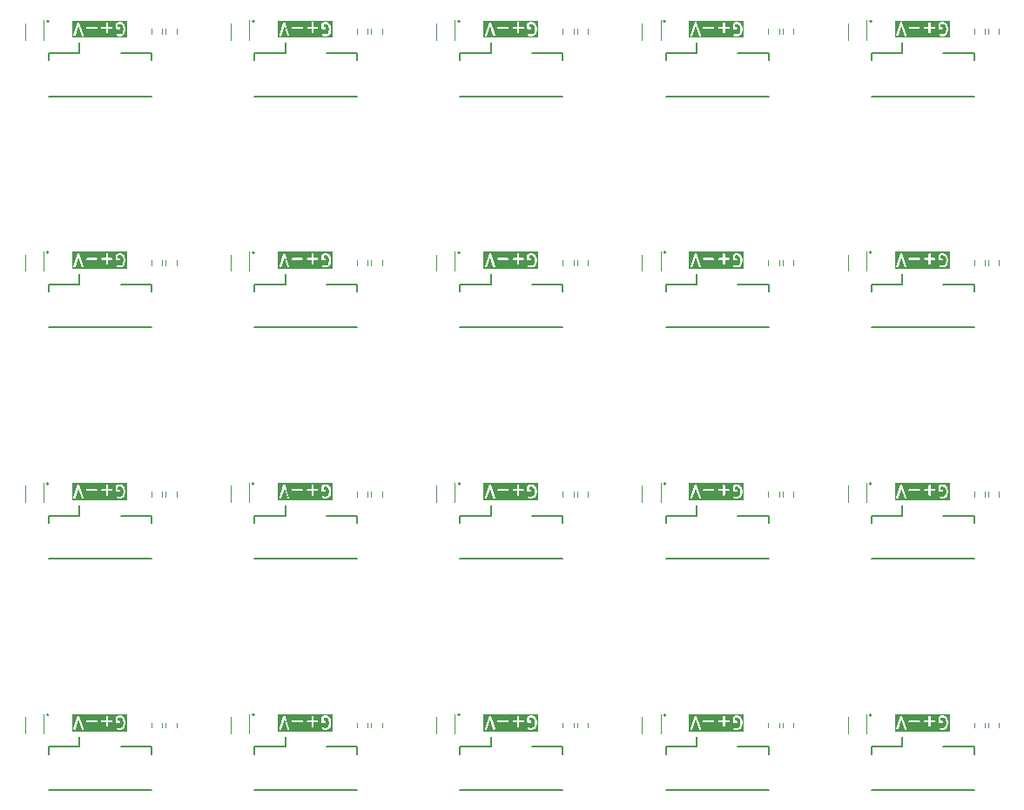
<source format=gto>
%TF.GenerationSoftware,KiCad,Pcbnew,8.0.4*%
%TF.CreationDate,2024-12-20T12:35:40+08:00*%
%TF.ProjectId,c3-type-c-out-panelized-output,63332d74-7970-4652-9d63-2d6f75742d70,rev?*%
%TF.SameCoordinates,PX5836c38PY1312d00*%
%TF.FileFunction,Legend,Top*%
%TF.FilePolarity,Positive*%
%FSLAX46Y46*%
G04 Gerber Fmt 4.6, Leading zero omitted, Abs format (unit mm)*
G04 Created by KiCad (PCBNEW 8.0.4) date 2024-12-20 12:35:40*
%MOMM*%
%LPD*%
G01*
G04 APERTURE LIST*
%ADD10C,0.160000*%
%ADD11C,0.200000*%
%ADD12C,0.120000*%
%ADD13C,0.150000*%
G04 APERTURE END LIST*
D10*
X90981000Y-76100000D02*
G75*
G02*
X90821000Y-76100000I-80000J0D01*
G01*
X90821000Y-76100000D02*
G75*
G02*
X90981000Y-76100000I80000J0D01*
G01*
X30981000Y-31100000D02*
G75*
G02*
X30821000Y-31100000I-80000J0D01*
G01*
X30821000Y-31100000D02*
G75*
G02*
X30981000Y-31100000I80000J0D01*
G01*
X10981000Y-53600000D02*
G75*
G02*
X10821000Y-53600000I-80000J0D01*
G01*
X10821000Y-53600000D02*
G75*
G02*
X10981000Y-53600000I80000J0D01*
G01*
X70981000Y-53600000D02*
G75*
G02*
X70821000Y-53600000I-80000J0D01*
G01*
X70821000Y-53600000D02*
G75*
G02*
X70981000Y-53600000I80000J0D01*
G01*
X30981000Y-76100000D02*
G75*
G02*
X30821000Y-76100000I-80000J0D01*
G01*
X30821000Y-76100000D02*
G75*
G02*
X30981000Y-76100000I80000J0D01*
G01*
X90981000Y-53600000D02*
G75*
G02*
X90821000Y-53600000I-80000J0D01*
G01*
X90821000Y-53600000D02*
G75*
G02*
X90981000Y-53600000I80000J0D01*
G01*
X90981000Y-31100000D02*
G75*
G02*
X90821000Y-31100000I-80000J0D01*
G01*
X90821000Y-31100000D02*
G75*
G02*
X90981000Y-31100000I80000J0D01*
G01*
X50981000Y-76100000D02*
G75*
G02*
X50821000Y-76100000I-80000J0D01*
G01*
X50821000Y-76100000D02*
G75*
G02*
X50981000Y-76100000I80000J0D01*
G01*
X50981000Y-53600000D02*
G75*
G02*
X50821000Y-53600000I-80000J0D01*
G01*
X50821000Y-53600000D02*
G75*
G02*
X50981000Y-53600000I80000J0D01*
G01*
X30981000Y-53600000D02*
G75*
G02*
X30821000Y-53600000I-80000J0D01*
G01*
X30821000Y-53600000D02*
G75*
G02*
X30981000Y-53600000I80000J0D01*
G01*
X70981000Y-76100000D02*
G75*
G02*
X70821000Y-76100000I-80000J0D01*
G01*
X70821000Y-76100000D02*
G75*
G02*
X70981000Y-76100000I80000J0D01*
G01*
X50981000Y-8600000D02*
G75*
G02*
X50821000Y-8600000I-80000J0D01*
G01*
X50821000Y-8600000D02*
G75*
G02*
X50981000Y-8600000I80000J0D01*
G01*
X10981000Y-8600000D02*
G75*
G02*
X10821000Y-8600000I-80000J0D01*
G01*
X10821000Y-8600000D02*
G75*
G02*
X10981000Y-8600000I80000J0D01*
G01*
X70981000Y-31100000D02*
G75*
G02*
X70821000Y-31100000I-80000J0D01*
G01*
X70821000Y-31100000D02*
G75*
G02*
X70981000Y-31100000I80000J0D01*
G01*
X30981000Y-8600000D02*
G75*
G02*
X30821000Y-8600000I-80000J0D01*
G01*
X30821000Y-8600000D02*
G75*
G02*
X30981000Y-8600000I80000J0D01*
G01*
X70981000Y-8600000D02*
G75*
G02*
X70821000Y-8600000I-80000J0D01*
G01*
X70821000Y-8600000D02*
G75*
G02*
X70981000Y-8600000I80000J0D01*
G01*
X50981000Y-31100000D02*
G75*
G02*
X50821000Y-31100000I-80000J0D01*
G01*
X50821000Y-31100000D02*
G75*
G02*
X50981000Y-31100000I80000J0D01*
G01*
X10981000Y-31100000D02*
G75*
G02*
X10821000Y-31100000I-80000J0D01*
G01*
X10821000Y-31100000D02*
G75*
G02*
X10981000Y-31100000I80000J0D01*
G01*
X10981000Y-76100000D02*
G75*
G02*
X10821000Y-76100000I-80000J0D01*
G01*
X10821000Y-76100000D02*
G75*
G02*
X10981000Y-76100000I80000J0D01*
G01*
X90981000Y-8600000D02*
G75*
G02*
X90821000Y-8600000I-80000J0D01*
G01*
X90821000Y-8600000D02*
G75*
G02*
X90981000Y-8600000I80000J0D01*
G01*
D11*
G36*
X58605760Y-55190590D02*
G01*
X53282737Y-55190590D01*
X53282737Y-54944750D01*
X53416070Y-54944750D01*
X53418836Y-54983670D01*
X53436286Y-55018569D01*
X53465762Y-55044134D01*
X53502778Y-55056472D01*
X53541698Y-55053706D01*
X53576597Y-55036256D01*
X53602162Y-55006780D01*
X53610153Y-54988880D01*
X53915285Y-54073484D01*
X54220417Y-54988880D01*
X54228408Y-55006780D01*
X54253973Y-55036256D01*
X54288872Y-55053706D01*
X54327792Y-55056472D01*
X54364808Y-55044134D01*
X54394284Y-55018568D01*
X54411734Y-54983670D01*
X54414500Y-54944749D01*
X54410153Y-54925634D01*
X54166572Y-54194891D01*
X54617206Y-54194891D01*
X54617206Y-54233909D01*
X54632138Y-54269957D01*
X54659728Y-54297547D01*
X54695776Y-54312479D01*
X54715285Y-54314400D01*
X55629570Y-54314400D01*
X55649079Y-54312479D01*
X55685127Y-54297547D01*
X55712717Y-54269957D01*
X55727649Y-54233909D01*
X55727649Y-54194891D01*
X56102920Y-54194891D01*
X56102920Y-54233909D01*
X56117852Y-54269957D01*
X56145442Y-54297547D01*
X56181490Y-54312479D01*
X56200999Y-54314400D01*
X56558141Y-54314400D01*
X56558141Y-54671542D01*
X56560062Y-54691051D01*
X56574994Y-54727099D01*
X56602584Y-54754689D01*
X56638632Y-54769621D01*
X56677650Y-54769621D01*
X56713698Y-54754689D01*
X56741288Y-54727099D01*
X56756220Y-54691051D01*
X56758141Y-54671542D01*
X56758141Y-54314400D01*
X57115284Y-54314400D01*
X57134793Y-54312479D01*
X57170841Y-54297547D01*
X57198431Y-54269957D01*
X57213363Y-54233909D01*
X57213363Y-54194891D01*
X57198431Y-54158843D01*
X57170841Y-54131253D01*
X57134793Y-54116321D01*
X57115284Y-54114400D01*
X56758141Y-54114400D01*
X56758141Y-53871542D01*
X57529570Y-53871542D01*
X57529570Y-54271542D01*
X57531491Y-54291051D01*
X57546423Y-54327099D01*
X57574013Y-54354689D01*
X57610061Y-54369621D01*
X57629570Y-54371542D01*
X57858141Y-54371542D01*
X57877650Y-54369621D01*
X57913698Y-54354689D01*
X57941288Y-54327099D01*
X57956220Y-54291051D01*
X57956220Y-54252033D01*
X57941288Y-54215985D01*
X57913698Y-54188395D01*
X57877650Y-54173463D01*
X57858141Y-54171542D01*
X57729570Y-54171542D01*
X57729570Y-53912963D01*
X57740730Y-53901803D01*
X57874368Y-53857257D01*
X57956200Y-53857257D01*
X58089836Y-53901802D01*
X58175954Y-53987920D01*
X58220932Y-54077876D01*
X58272427Y-54283852D01*
X58272427Y-54430660D01*
X58220932Y-54636636D01*
X58175954Y-54726593D01*
X58089837Y-54812711D01*
X57956200Y-54857257D01*
X57824607Y-54857257D01*
X57731434Y-54810671D01*
X57713126Y-54803665D01*
X57674206Y-54800899D01*
X57637190Y-54813238D01*
X57607713Y-54838802D01*
X57590264Y-54873701D01*
X57587498Y-54912621D01*
X57599837Y-54949637D01*
X57625401Y-54979114D01*
X57641992Y-54989557D01*
X57756278Y-55046700D01*
X57774586Y-55053706D01*
X57778169Y-55053960D01*
X57781490Y-55055336D01*
X57800999Y-55057257D01*
X57972427Y-55057257D01*
X57982300Y-55056284D01*
X57984934Y-55056472D01*
X57988397Y-55055684D01*
X57991936Y-55055336D01*
X57994378Y-55054324D01*
X58004050Y-55052125D01*
X58175479Y-54994982D01*
X58193379Y-54986991D01*
X58196094Y-54984636D01*
X58199414Y-54983261D01*
X58214567Y-54970824D01*
X58328852Y-54856538D01*
X58335142Y-54848873D01*
X58337141Y-54847140D01*
X58339036Y-54844127D01*
X58341288Y-54841385D01*
X58342297Y-54838947D01*
X58347584Y-54830549D01*
X58404727Y-54716263D01*
X58405272Y-54714836D01*
X58405703Y-54714256D01*
X58408626Y-54706073D01*
X58411733Y-54697955D01*
X58411784Y-54697234D01*
X58412298Y-54695796D01*
X58469441Y-54467224D01*
X58469940Y-54463844D01*
X58470506Y-54462480D01*
X58471229Y-54455128D01*
X58472309Y-54447832D01*
X58472091Y-54446373D01*
X58472427Y-54442971D01*
X58472427Y-54271542D01*
X58472091Y-54268139D01*
X58472309Y-54266681D01*
X58471229Y-54259384D01*
X58470506Y-54252033D01*
X58469940Y-54250668D01*
X58469441Y-54247289D01*
X58412298Y-54018717D01*
X58411784Y-54017278D01*
X58411733Y-54016558D01*
X58408626Y-54008439D01*
X58405703Y-54000257D01*
X58405272Y-53999676D01*
X58404727Y-53998250D01*
X58347584Y-53883964D01*
X58342298Y-53875567D01*
X58341288Y-53873127D01*
X58339034Y-53870381D01*
X58337141Y-53867373D01*
X58335143Y-53865640D01*
X58328851Y-53857974D01*
X58214567Y-53743689D01*
X58199413Y-53731253D01*
X58196094Y-53729878D01*
X58193379Y-53727523D01*
X58175479Y-53719532D01*
X58004050Y-53662389D01*
X57994378Y-53660189D01*
X57991936Y-53659178D01*
X57988397Y-53658829D01*
X57984934Y-53658042D01*
X57982300Y-53658229D01*
X57972427Y-53657257D01*
X57858141Y-53657257D01*
X57848267Y-53658229D01*
X57845633Y-53658042D01*
X57842169Y-53658829D01*
X57838632Y-53659178D01*
X57836190Y-53660189D01*
X57826518Y-53662389D01*
X57655090Y-53719532D01*
X57637190Y-53727523D01*
X57634475Y-53729877D01*
X57631157Y-53731252D01*
X57616003Y-53743688D01*
X57558860Y-53800831D01*
X57546423Y-53815984D01*
X57541899Y-53826907D01*
X57531491Y-53852033D01*
X57529570Y-53871542D01*
X56758141Y-53871542D01*
X56758141Y-53757257D01*
X56756220Y-53737748D01*
X56741288Y-53701700D01*
X56713698Y-53674110D01*
X56677650Y-53659178D01*
X56638632Y-53659178D01*
X56602584Y-53674110D01*
X56574994Y-53701700D01*
X56560062Y-53737748D01*
X56558141Y-53757257D01*
X56558141Y-54114400D01*
X56200999Y-54114400D01*
X56181490Y-54116321D01*
X56145442Y-54131253D01*
X56117852Y-54158843D01*
X56102920Y-54194891D01*
X55727649Y-54194891D01*
X55712717Y-54158843D01*
X55685127Y-54131253D01*
X55649079Y-54116321D01*
X55629570Y-54114400D01*
X54715285Y-54114400D01*
X54695776Y-54116321D01*
X54659728Y-54131253D01*
X54632138Y-54158843D01*
X54617206Y-54194891D01*
X54166572Y-54194891D01*
X54010153Y-53725634D01*
X54002162Y-53707734D01*
X53997477Y-53702333D01*
X53994284Y-53695946D01*
X53984814Y-53687732D01*
X53976597Y-53678258D01*
X53970207Y-53675063D01*
X53964808Y-53670380D01*
X53952910Y-53666414D01*
X53941698Y-53660808D01*
X53934570Y-53660301D01*
X53927792Y-53658042D01*
X53915285Y-53658930D01*
X53902778Y-53658042D01*
X53895999Y-53660301D01*
X53888872Y-53660808D01*
X53877659Y-53666414D01*
X53865762Y-53670380D01*
X53860362Y-53675063D01*
X53853973Y-53678258D01*
X53845757Y-53687729D01*
X53836286Y-53695945D01*
X53833091Y-53702334D01*
X53828408Y-53707734D01*
X53820417Y-53725634D01*
X53420417Y-54925634D01*
X53416070Y-54944750D01*
X53282737Y-54944750D01*
X53282737Y-53523924D01*
X58605760Y-53523924D01*
X58605760Y-55190590D01*
G37*
G36*
X98605760Y-55190590D02*
G01*
X93282737Y-55190590D01*
X93282737Y-54944750D01*
X93416070Y-54944750D01*
X93418836Y-54983670D01*
X93436286Y-55018569D01*
X93465762Y-55044134D01*
X93502778Y-55056472D01*
X93541698Y-55053706D01*
X93576597Y-55036256D01*
X93602162Y-55006780D01*
X93610153Y-54988880D01*
X93915285Y-54073484D01*
X94220417Y-54988880D01*
X94228408Y-55006780D01*
X94253973Y-55036256D01*
X94288872Y-55053706D01*
X94327792Y-55056472D01*
X94364808Y-55044134D01*
X94394284Y-55018568D01*
X94411734Y-54983670D01*
X94414500Y-54944749D01*
X94410153Y-54925634D01*
X94166572Y-54194891D01*
X94617206Y-54194891D01*
X94617206Y-54233909D01*
X94632138Y-54269957D01*
X94659728Y-54297547D01*
X94695776Y-54312479D01*
X94715285Y-54314400D01*
X95629570Y-54314400D01*
X95649079Y-54312479D01*
X95685127Y-54297547D01*
X95712717Y-54269957D01*
X95727649Y-54233909D01*
X95727649Y-54194891D01*
X96102920Y-54194891D01*
X96102920Y-54233909D01*
X96117852Y-54269957D01*
X96145442Y-54297547D01*
X96181490Y-54312479D01*
X96200999Y-54314400D01*
X96558141Y-54314400D01*
X96558141Y-54671542D01*
X96560062Y-54691051D01*
X96574994Y-54727099D01*
X96602584Y-54754689D01*
X96638632Y-54769621D01*
X96677650Y-54769621D01*
X96713698Y-54754689D01*
X96741288Y-54727099D01*
X96756220Y-54691051D01*
X96758141Y-54671542D01*
X96758141Y-54314400D01*
X97115284Y-54314400D01*
X97134793Y-54312479D01*
X97170841Y-54297547D01*
X97198431Y-54269957D01*
X97213363Y-54233909D01*
X97213363Y-54194891D01*
X97198431Y-54158843D01*
X97170841Y-54131253D01*
X97134793Y-54116321D01*
X97115284Y-54114400D01*
X96758141Y-54114400D01*
X96758141Y-53871542D01*
X97529570Y-53871542D01*
X97529570Y-54271542D01*
X97531491Y-54291051D01*
X97546423Y-54327099D01*
X97574013Y-54354689D01*
X97610061Y-54369621D01*
X97629570Y-54371542D01*
X97858141Y-54371542D01*
X97877650Y-54369621D01*
X97913698Y-54354689D01*
X97941288Y-54327099D01*
X97956220Y-54291051D01*
X97956220Y-54252033D01*
X97941288Y-54215985D01*
X97913698Y-54188395D01*
X97877650Y-54173463D01*
X97858141Y-54171542D01*
X97729570Y-54171542D01*
X97729570Y-53912963D01*
X97740730Y-53901803D01*
X97874368Y-53857257D01*
X97956200Y-53857257D01*
X98089836Y-53901802D01*
X98175954Y-53987920D01*
X98220932Y-54077876D01*
X98272427Y-54283852D01*
X98272427Y-54430660D01*
X98220932Y-54636636D01*
X98175954Y-54726593D01*
X98089837Y-54812711D01*
X97956200Y-54857257D01*
X97824607Y-54857257D01*
X97731434Y-54810671D01*
X97713126Y-54803665D01*
X97674206Y-54800899D01*
X97637190Y-54813238D01*
X97607713Y-54838802D01*
X97590264Y-54873701D01*
X97587498Y-54912621D01*
X97599837Y-54949637D01*
X97625401Y-54979114D01*
X97641992Y-54989557D01*
X97756278Y-55046700D01*
X97774586Y-55053706D01*
X97778169Y-55053960D01*
X97781490Y-55055336D01*
X97800999Y-55057257D01*
X97972427Y-55057257D01*
X97982300Y-55056284D01*
X97984934Y-55056472D01*
X97988397Y-55055684D01*
X97991936Y-55055336D01*
X97994378Y-55054324D01*
X98004050Y-55052125D01*
X98175479Y-54994982D01*
X98193379Y-54986991D01*
X98196094Y-54984636D01*
X98199414Y-54983261D01*
X98214567Y-54970824D01*
X98328852Y-54856538D01*
X98335142Y-54848873D01*
X98337141Y-54847140D01*
X98339036Y-54844127D01*
X98341288Y-54841385D01*
X98342297Y-54838947D01*
X98347584Y-54830549D01*
X98404727Y-54716263D01*
X98405272Y-54714836D01*
X98405703Y-54714256D01*
X98408626Y-54706073D01*
X98411733Y-54697955D01*
X98411784Y-54697234D01*
X98412298Y-54695796D01*
X98469441Y-54467224D01*
X98469940Y-54463844D01*
X98470506Y-54462480D01*
X98471229Y-54455128D01*
X98472309Y-54447832D01*
X98472091Y-54446373D01*
X98472427Y-54442971D01*
X98472427Y-54271542D01*
X98472091Y-54268139D01*
X98472309Y-54266681D01*
X98471229Y-54259384D01*
X98470506Y-54252033D01*
X98469940Y-54250668D01*
X98469441Y-54247289D01*
X98412298Y-54018717D01*
X98411784Y-54017278D01*
X98411733Y-54016558D01*
X98408626Y-54008439D01*
X98405703Y-54000257D01*
X98405272Y-53999676D01*
X98404727Y-53998250D01*
X98347584Y-53883964D01*
X98342298Y-53875567D01*
X98341288Y-53873127D01*
X98339034Y-53870381D01*
X98337141Y-53867373D01*
X98335143Y-53865640D01*
X98328851Y-53857974D01*
X98214567Y-53743689D01*
X98199413Y-53731253D01*
X98196094Y-53729878D01*
X98193379Y-53727523D01*
X98175479Y-53719532D01*
X98004050Y-53662389D01*
X97994378Y-53660189D01*
X97991936Y-53659178D01*
X97988397Y-53658829D01*
X97984934Y-53658042D01*
X97982300Y-53658229D01*
X97972427Y-53657257D01*
X97858141Y-53657257D01*
X97848267Y-53658229D01*
X97845633Y-53658042D01*
X97842169Y-53658829D01*
X97838632Y-53659178D01*
X97836190Y-53660189D01*
X97826518Y-53662389D01*
X97655090Y-53719532D01*
X97637190Y-53727523D01*
X97634475Y-53729877D01*
X97631157Y-53731252D01*
X97616003Y-53743688D01*
X97558860Y-53800831D01*
X97546423Y-53815984D01*
X97541899Y-53826907D01*
X97531491Y-53852033D01*
X97529570Y-53871542D01*
X96758141Y-53871542D01*
X96758141Y-53757257D01*
X96756220Y-53737748D01*
X96741288Y-53701700D01*
X96713698Y-53674110D01*
X96677650Y-53659178D01*
X96638632Y-53659178D01*
X96602584Y-53674110D01*
X96574994Y-53701700D01*
X96560062Y-53737748D01*
X96558141Y-53757257D01*
X96558141Y-54114400D01*
X96200999Y-54114400D01*
X96181490Y-54116321D01*
X96145442Y-54131253D01*
X96117852Y-54158843D01*
X96102920Y-54194891D01*
X95727649Y-54194891D01*
X95712717Y-54158843D01*
X95685127Y-54131253D01*
X95649079Y-54116321D01*
X95629570Y-54114400D01*
X94715285Y-54114400D01*
X94695776Y-54116321D01*
X94659728Y-54131253D01*
X94632138Y-54158843D01*
X94617206Y-54194891D01*
X94166572Y-54194891D01*
X94010153Y-53725634D01*
X94002162Y-53707734D01*
X93997477Y-53702333D01*
X93994284Y-53695946D01*
X93984814Y-53687732D01*
X93976597Y-53678258D01*
X93970207Y-53675063D01*
X93964808Y-53670380D01*
X93952910Y-53666414D01*
X93941698Y-53660808D01*
X93934570Y-53660301D01*
X93927792Y-53658042D01*
X93915285Y-53658930D01*
X93902778Y-53658042D01*
X93895999Y-53660301D01*
X93888872Y-53660808D01*
X93877659Y-53666414D01*
X93865762Y-53670380D01*
X93860362Y-53675063D01*
X93853973Y-53678258D01*
X93845757Y-53687729D01*
X93836286Y-53695945D01*
X93833091Y-53702334D01*
X93828408Y-53707734D01*
X93820417Y-53725634D01*
X93420417Y-54925634D01*
X93416070Y-54944750D01*
X93282737Y-54944750D01*
X93282737Y-53523924D01*
X98605760Y-53523924D01*
X98605760Y-55190590D01*
G37*
G36*
X78605760Y-77690590D02*
G01*
X73282737Y-77690590D01*
X73282737Y-77444750D01*
X73416070Y-77444750D01*
X73418836Y-77483670D01*
X73436286Y-77518569D01*
X73465762Y-77544134D01*
X73502778Y-77556472D01*
X73541698Y-77553706D01*
X73576597Y-77536256D01*
X73602162Y-77506780D01*
X73610153Y-77488880D01*
X73915285Y-76573484D01*
X74220417Y-77488880D01*
X74228408Y-77506780D01*
X74253973Y-77536256D01*
X74288872Y-77553706D01*
X74327792Y-77556472D01*
X74364808Y-77544134D01*
X74394284Y-77518568D01*
X74411734Y-77483670D01*
X74414500Y-77444749D01*
X74410153Y-77425634D01*
X74166572Y-76694891D01*
X74617206Y-76694891D01*
X74617206Y-76733909D01*
X74632138Y-76769957D01*
X74659728Y-76797547D01*
X74695776Y-76812479D01*
X74715285Y-76814400D01*
X75629570Y-76814400D01*
X75649079Y-76812479D01*
X75685127Y-76797547D01*
X75712717Y-76769957D01*
X75727649Y-76733909D01*
X75727649Y-76694891D01*
X76102920Y-76694891D01*
X76102920Y-76733909D01*
X76117852Y-76769957D01*
X76145442Y-76797547D01*
X76181490Y-76812479D01*
X76200999Y-76814400D01*
X76558141Y-76814400D01*
X76558141Y-77171542D01*
X76560062Y-77191051D01*
X76574994Y-77227099D01*
X76602584Y-77254689D01*
X76638632Y-77269621D01*
X76677650Y-77269621D01*
X76713698Y-77254689D01*
X76741288Y-77227099D01*
X76756220Y-77191051D01*
X76758141Y-77171542D01*
X76758141Y-76814400D01*
X77115284Y-76814400D01*
X77134793Y-76812479D01*
X77170841Y-76797547D01*
X77198431Y-76769957D01*
X77213363Y-76733909D01*
X77213363Y-76694891D01*
X77198431Y-76658843D01*
X77170841Y-76631253D01*
X77134793Y-76616321D01*
X77115284Y-76614400D01*
X76758141Y-76614400D01*
X76758141Y-76371542D01*
X77529570Y-76371542D01*
X77529570Y-76771542D01*
X77531491Y-76791051D01*
X77546423Y-76827099D01*
X77574013Y-76854689D01*
X77610061Y-76869621D01*
X77629570Y-76871542D01*
X77858141Y-76871542D01*
X77877650Y-76869621D01*
X77913698Y-76854689D01*
X77941288Y-76827099D01*
X77956220Y-76791051D01*
X77956220Y-76752033D01*
X77941288Y-76715985D01*
X77913698Y-76688395D01*
X77877650Y-76673463D01*
X77858141Y-76671542D01*
X77729570Y-76671542D01*
X77729570Y-76412963D01*
X77740730Y-76401803D01*
X77874368Y-76357257D01*
X77956200Y-76357257D01*
X78089836Y-76401802D01*
X78175954Y-76487920D01*
X78220932Y-76577876D01*
X78272427Y-76783852D01*
X78272427Y-76930660D01*
X78220932Y-77136636D01*
X78175954Y-77226593D01*
X78089837Y-77312711D01*
X77956200Y-77357257D01*
X77824607Y-77357257D01*
X77731434Y-77310671D01*
X77713126Y-77303665D01*
X77674206Y-77300899D01*
X77637190Y-77313238D01*
X77607713Y-77338802D01*
X77590264Y-77373701D01*
X77587498Y-77412621D01*
X77599837Y-77449637D01*
X77625401Y-77479114D01*
X77641992Y-77489557D01*
X77756278Y-77546700D01*
X77774586Y-77553706D01*
X77778169Y-77553960D01*
X77781490Y-77555336D01*
X77800999Y-77557257D01*
X77972427Y-77557257D01*
X77982300Y-77556284D01*
X77984934Y-77556472D01*
X77988397Y-77555684D01*
X77991936Y-77555336D01*
X77994378Y-77554324D01*
X78004050Y-77552125D01*
X78175479Y-77494982D01*
X78193379Y-77486991D01*
X78196094Y-77484636D01*
X78199414Y-77483261D01*
X78214567Y-77470824D01*
X78328852Y-77356538D01*
X78335142Y-77348873D01*
X78337141Y-77347140D01*
X78339036Y-77344127D01*
X78341288Y-77341385D01*
X78342297Y-77338947D01*
X78347584Y-77330549D01*
X78404727Y-77216263D01*
X78405272Y-77214836D01*
X78405703Y-77214256D01*
X78408626Y-77206073D01*
X78411733Y-77197955D01*
X78411784Y-77197234D01*
X78412298Y-77195796D01*
X78469441Y-76967224D01*
X78469940Y-76963844D01*
X78470506Y-76962480D01*
X78471229Y-76955128D01*
X78472309Y-76947832D01*
X78472091Y-76946373D01*
X78472427Y-76942971D01*
X78472427Y-76771542D01*
X78472091Y-76768139D01*
X78472309Y-76766681D01*
X78471229Y-76759384D01*
X78470506Y-76752033D01*
X78469940Y-76750668D01*
X78469441Y-76747289D01*
X78412298Y-76518717D01*
X78411784Y-76517278D01*
X78411733Y-76516558D01*
X78408626Y-76508439D01*
X78405703Y-76500257D01*
X78405272Y-76499676D01*
X78404727Y-76498250D01*
X78347584Y-76383964D01*
X78342298Y-76375567D01*
X78341288Y-76373127D01*
X78339034Y-76370381D01*
X78337141Y-76367373D01*
X78335143Y-76365640D01*
X78328851Y-76357974D01*
X78214567Y-76243689D01*
X78199413Y-76231253D01*
X78196094Y-76229878D01*
X78193379Y-76227523D01*
X78175479Y-76219532D01*
X78004050Y-76162389D01*
X77994378Y-76160189D01*
X77991936Y-76159178D01*
X77988397Y-76158829D01*
X77984934Y-76158042D01*
X77982300Y-76158229D01*
X77972427Y-76157257D01*
X77858141Y-76157257D01*
X77848267Y-76158229D01*
X77845633Y-76158042D01*
X77842169Y-76158829D01*
X77838632Y-76159178D01*
X77836190Y-76160189D01*
X77826518Y-76162389D01*
X77655090Y-76219532D01*
X77637190Y-76227523D01*
X77634475Y-76229877D01*
X77631157Y-76231252D01*
X77616003Y-76243688D01*
X77558860Y-76300831D01*
X77546423Y-76315984D01*
X77541899Y-76326907D01*
X77531491Y-76352033D01*
X77529570Y-76371542D01*
X76758141Y-76371542D01*
X76758141Y-76257257D01*
X76756220Y-76237748D01*
X76741288Y-76201700D01*
X76713698Y-76174110D01*
X76677650Y-76159178D01*
X76638632Y-76159178D01*
X76602584Y-76174110D01*
X76574994Y-76201700D01*
X76560062Y-76237748D01*
X76558141Y-76257257D01*
X76558141Y-76614400D01*
X76200999Y-76614400D01*
X76181490Y-76616321D01*
X76145442Y-76631253D01*
X76117852Y-76658843D01*
X76102920Y-76694891D01*
X75727649Y-76694891D01*
X75712717Y-76658843D01*
X75685127Y-76631253D01*
X75649079Y-76616321D01*
X75629570Y-76614400D01*
X74715285Y-76614400D01*
X74695776Y-76616321D01*
X74659728Y-76631253D01*
X74632138Y-76658843D01*
X74617206Y-76694891D01*
X74166572Y-76694891D01*
X74010153Y-76225634D01*
X74002162Y-76207734D01*
X73997477Y-76202333D01*
X73994284Y-76195946D01*
X73984814Y-76187732D01*
X73976597Y-76178258D01*
X73970207Y-76175063D01*
X73964808Y-76170380D01*
X73952910Y-76166414D01*
X73941698Y-76160808D01*
X73934570Y-76160301D01*
X73927792Y-76158042D01*
X73915285Y-76158930D01*
X73902778Y-76158042D01*
X73895999Y-76160301D01*
X73888872Y-76160808D01*
X73877659Y-76166414D01*
X73865762Y-76170380D01*
X73860362Y-76175063D01*
X73853973Y-76178258D01*
X73845757Y-76187729D01*
X73836286Y-76195945D01*
X73833091Y-76202334D01*
X73828408Y-76207734D01*
X73820417Y-76225634D01*
X73420417Y-77425634D01*
X73416070Y-77444750D01*
X73282737Y-77444750D01*
X73282737Y-76023924D01*
X78605760Y-76023924D01*
X78605760Y-77690590D01*
G37*
G36*
X78605760Y-32690590D02*
G01*
X73282737Y-32690590D01*
X73282737Y-32444750D01*
X73416070Y-32444750D01*
X73418836Y-32483670D01*
X73436286Y-32518569D01*
X73465762Y-32544134D01*
X73502778Y-32556472D01*
X73541698Y-32553706D01*
X73576597Y-32536256D01*
X73602162Y-32506780D01*
X73610153Y-32488880D01*
X73915285Y-31573484D01*
X74220417Y-32488880D01*
X74228408Y-32506780D01*
X74253973Y-32536256D01*
X74288872Y-32553706D01*
X74327792Y-32556472D01*
X74364808Y-32544134D01*
X74394284Y-32518568D01*
X74411734Y-32483670D01*
X74414500Y-32444749D01*
X74410153Y-32425634D01*
X74166572Y-31694891D01*
X74617206Y-31694891D01*
X74617206Y-31733909D01*
X74632138Y-31769957D01*
X74659728Y-31797547D01*
X74695776Y-31812479D01*
X74715285Y-31814400D01*
X75629570Y-31814400D01*
X75649079Y-31812479D01*
X75685127Y-31797547D01*
X75712717Y-31769957D01*
X75727649Y-31733909D01*
X75727649Y-31694891D01*
X76102920Y-31694891D01*
X76102920Y-31733909D01*
X76117852Y-31769957D01*
X76145442Y-31797547D01*
X76181490Y-31812479D01*
X76200999Y-31814400D01*
X76558141Y-31814400D01*
X76558141Y-32171542D01*
X76560062Y-32191051D01*
X76574994Y-32227099D01*
X76602584Y-32254689D01*
X76638632Y-32269621D01*
X76677650Y-32269621D01*
X76713698Y-32254689D01*
X76741288Y-32227099D01*
X76756220Y-32191051D01*
X76758141Y-32171542D01*
X76758141Y-31814400D01*
X77115284Y-31814400D01*
X77134793Y-31812479D01*
X77170841Y-31797547D01*
X77198431Y-31769957D01*
X77213363Y-31733909D01*
X77213363Y-31694891D01*
X77198431Y-31658843D01*
X77170841Y-31631253D01*
X77134793Y-31616321D01*
X77115284Y-31614400D01*
X76758141Y-31614400D01*
X76758141Y-31371542D01*
X77529570Y-31371542D01*
X77529570Y-31771542D01*
X77531491Y-31791051D01*
X77546423Y-31827099D01*
X77574013Y-31854689D01*
X77610061Y-31869621D01*
X77629570Y-31871542D01*
X77858141Y-31871542D01*
X77877650Y-31869621D01*
X77913698Y-31854689D01*
X77941288Y-31827099D01*
X77956220Y-31791051D01*
X77956220Y-31752033D01*
X77941288Y-31715985D01*
X77913698Y-31688395D01*
X77877650Y-31673463D01*
X77858141Y-31671542D01*
X77729570Y-31671542D01*
X77729570Y-31412963D01*
X77740730Y-31401803D01*
X77874368Y-31357257D01*
X77956200Y-31357257D01*
X78089836Y-31401802D01*
X78175954Y-31487920D01*
X78220932Y-31577876D01*
X78272427Y-31783852D01*
X78272427Y-31930660D01*
X78220932Y-32136636D01*
X78175954Y-32226593D01*
X78089837Y-32312711D01*
X77956200Y-32357257D01*
X77824607Y-32357257D01*
X77731434Y-32310671D01*
X77713126Y-32303665D01*
X77674206Y-32300899D01*
X77637190Y-32313238D01*
X77607713Y-32338802D01*
X77590264Y-32373701D01*
X77587498Y-32412621D01*
X77599837Y-32449637D01*
X77625401Y-32479114D01*
X77641992Y-32489557D01*
X77756278Y-32546700D01*
X77774586Y-32553706D01*
X77778169Y-32553960D01*
X77781490Y-32555336D01*
X77800999Y-32557257D01*
X77972427Y-32557257D01*
X77982300Y-32556284D01*
X77984934Y-32556472D01*
X77988397Y-32555684D01*
X77991936Y-32555336D01*
X77994378Y-32554324D01*
X78004050Y-32552125D01*
X78175479Y-32494982D01*
X78193379Y-32486991D01*
X78196094Y-32484636D01*
X78199414Y-32483261D01*
X78214567Y-32470824D01*
X78328852Y-32356538D01*
X78335142Y-32348873D01*
X78337141Y-32347140D01*
X78339036Y-32344127D01*
X78341288Y-32341385D01*
X78342297Y-32338947D01*
X78347584Y-32330549D01*
X78404727Y-32216263D01*
X78405272Y-32214836D01*
X78405703Y-32214256D01*
X78408626Y-32206073D01*
X78411733Y-32197955D01*
X78411784Y-32197234D01*
X78412298Y-32195796D01*
X78469441Y-31967224D01*
X78469940Y-31963844D01*
X78470506Y-31962480D01*
X78471229Y-31955128D01*
X78472309Y-31947832D01*
X78472091Y-31946373D01*
X78472427Y-31942971D01*
X78472427Y-31771542D01*
X78472091Y-31768139D01*
X78472309Y-31766681D01*
X78471229Y-31759384D01*
X78470506Y-31752033D01*
X78469940Y-31750668D01*
X78469441Y-31747289D01*
X78412298Y-31518717D01*
X78411784Y-31517278D01*
X78411733Y-31516558D01*
X78408626Y-31508439D01*
X78405703Y-31500257D01*
X78405272Y-31499676D01*
X78404727Y-31498250D01*
X78347584Y-31383964D01*
X78342298Y-31375567D01*
X78341288Y-31373127D01*
X78339034Y-31370381D01*
X78337141Y-31367373D01*
X78335143Y-31365640D01*
X78328851Y-31357974D01*
X78214567Y-31243689D01*
X78199413Y-31231253D01*
X78196094Y-31229878D01*
X78193379Y-31227523D01*
X78175479Y-31219532D01*
X78004050Y-31162389D01*
X77994378Y-31160189D01*
X77991936Y-31159178D01*
X77988397Y-31158829D01*
X77984934Y-31158042D01*
X77982300Y-31158229D01*
X77972427Y-31157257D01*
X77858141Y-31157257D01*
X77848267Y-31158229D01*
X77845633Y-31158042D01*
X77842169Y-31158829D01*
X77838632Y-31159178D01*
X77836190Y-31160189D01*
X77826518Y-31162389D01*
X77655090Y-31219532D01*
X77637190Y-31227523D01*
X77634475Y-31229877D01*
X77631157Y-31231252D01*
X77616003Y-31243688D01*
X77558860Y-31300831D01*
X77546423Y-31315984D01*
X77541899Y-31326907D01*
X77531491Y-31352033D01*
X77529570Y-31371542D01*
X76758141Y-31371542D01*
X76758141Y-31257257D01*
X76756220Y-31237748D01*
X76741288Y-31201700D01*
X76713698Y-31174110D01*
X76677650Y-31159178D01*
X76638632Y-31159178D01*
X76602584Y-31174110D01*
X76574994Y-31201700D01*
X76560062Y-31237748D01*
X76558141Y-31257257D01*
X76558141Y-31614400D01*
X76200999Y-31614400D01*
X76181490Y-31616321D01*
X76145442Y-31631253D01*
X76117852Y-31658843D01*
X76102920Y-31694891D01*
X75727649Y-31694891D01*
X75712717Y-31658843D01*
X75685127Y-31631253D01*
X75649079Y-31616321D01*
X75629570Y-31614400D01*
X74715285Y-31614400D01*
X74695776Y-31616321D01*
X74659728Y-31631253D01*
X74632138Y-31658843D01*
X74617206Y-31694891D01*
X74166572Y-31694891D01*
X74010153Y-31225634D01*
X74002162Y-31207734D01*
X73997477Y-31202333D01*
X73994284Y-31195946D01*
X73984814Y-31187732D01*
X73976597Y-31178258D01*
X73970207Y-31175063D01*
X73964808Y-31170380D01*
X73952910Y-31166414D01*
X73941698Y-31160808D01*
X73934570Y-31160301D01*
X73927792Y-31158042D01*
X73915285Y-31158930D01*
X73902778Y-31158042D01*
X73895999Y-31160301D01*
X73888872Y-31160808D01*
X73877659Y-31166414D01*
X73865762Y-31170380D01*
X73860362Y-31175063D01*
X73853973Y-31178258D01*
X73845757Y-31187729D01*
X73836286Y-31195945D01*
X73833091Y-31202334D01*
X73828408Y-31207734D01*
X73820417Y-31225634D01*
X73420417Y-32425634D01*
X73416070Y-32444750D01*
X73282737Y-32444750D01*
X73282737Y-31023924D01*
X78605760Y-31023924D01*
X78605760Y-32690590D01*
G37*
G36*
X98605760Y-77690590D02*
G01*
X93282737Y-77690590D01*
X93282737Y-77444750D01*
X93416070Y-77444750D01*
X93418836Y-77483670D01*
X93436286Y-77518569D01*
X93465762Y-77544134D01*
X93502778Y-77556472D01*
X93541698Y-77553706D01*
X93576597Y-77536256D01*
X93602162Y-77506780D01*
X93610153Y-77488880D01*
X93915285Y-76573484D01*
X94220417Y-77488880D01*
X94228408Y-77506780D01*
X94253973Y-77536256D01*
X94288872Y-77553706D01*
X94327792Y-77556472D01*
X94364808Y-77544134D01*
X94394284Y-77518568D01*
X94411734Y-77483670D01*
X94414500Y-77444749D01*
X94410153Y-77425634D01*
X94166572Y-76694891D01*
X94617206Y-76694891D01*
X94617206Y-76733909D01*
X94632138Y-76769957D01*
X94659728Y-76797547D01*
X94695776Y-76812479D01*
X94715285Y-76814400D01*
X95629570Y-76814400D01*
X95649079Y-76812479D01*
X95685127Y-76797547D01*
X95712717Y-76769957D01*
X95727649Y-76733909D01*
X95727649Y-76694891D01*
X96102920Y-76694891D01*
X96102920Y-76733909D01*
X96117852Y-76769957D01*
X96145442Y-76797547D01*
X96181490Y-76812479D01*
X96200999Y-76814400D01*
X96558141Y-76814400D01*
X96558141Y-77171542D01*
X96560062Y-77191051D01*
X96574994Y-77227099D01*
X96602584Y-77254689D01*
X96638632Y-77269621D01*
X96677650Y-77269621D01*
X96713698Y-77254689D01*
X96741288Y-77227099D01*
X96756220Y-77191051D01*
X96758141Y-77171542D01*
X96758141Y-76814400D01*
X97115284Y-76814400D01*
X97134793Y-76812479D01*
X97170841Y-76797547D01*
X97198431Y-76769957D01*
X97213363Y-76733909D01*
X97213363Y-76694891D01*
X97198431Y-76658843D01*
X97170841Y-76631253D01*
X97134793Y-76616321D01*
X97115284Y-76614400D01*
X96758141Y-76614400D01*
X96758141Y-76371542D01*
X97529570Y-76371542D01*
X97529570Y-76771542D01*
X97531491Y-76791051D01*
X97546423Y-76827099D01*
X97574013Y-76854689D01*
X97610061Y-76869621D01*
X97629570Y-76871542D01*
X97858141Y-76871542D01*
X97877650Y-76869621D01*
X97913698Y-76854689D01*
X97941288Y-76827099D01*
X97956220Y-76791051D01*
X97956220Y-76752033D01*
X97941288Y-76715985D01*
X97913698Y-76688395D01*
X97877650Y-76673463D01*
X97858141Y-76671542D01*
X97729570Y-76671542D01*
X97729570Y-76412963D01*
X97740730Y-76401803D01*
X97874368Y-76357257D01*
X97956200Y-76357257D01*
X98089836Y-76401802D01*
X98175954Y-76487920D01*
X98220932Y-76577876D01*
X98272427Y-76783852D01*
X98272427Y-76930660D01*
X98220932Y-77136636D01*
X98175954Y-77226593D01*
X98089837Y-77312711D01*
X97956200Y-77357257D01*
X97824607Y-77357257D01*
X97731434Y-77310671D01*
X97713126Y-77303665D01*
X97674206Y-77300899D01*
X97637190Y-77313238D01*
X97607713Y-77338802D01*
X97590264Y-77373701D01*
X97587498Y-77412621D01*
X97599837Y-77449637D01*
X97625401Y-77479114D01*
X97641992Y-77489557D01*
X97756278Y-77546700D01*
X97774586Y-77553706D01*
X97778169Y-77553960D01*
X97781490Y-77555336D01*
X97800999Y-77557257D01*
X97972427Y-77557257D01*
X97982300Y-77556284D01*
X97984934Y-77556472D01*
X97988397Y-77555684D01*
X97991936Y-77555336D01*
X97994378Y-77554324D01*
X98004050Y-77552125D01*
X98175479Y-77494982D01*
X98193379Y-77486991D01*
X98196094Y-77484636D01*
X98199414Y-77483261D01*
X98214567Y-77470824D01*
X98328852Y-77356538D01*
X98335142Y-77348873D01*
X98337141Y-77347140D01*
X98339036Y-77344127D01*
X98341288Y-77341385D01*
X98342297Y-77338947D01*
X98347584Y-77330549D01*
X98404727Y-77216263D01*
X98405272Y-77214836D01*
X98405703Y-77214256D01*
X98408626Y-77206073D01*
X98411733Y-77197955D01*
X98411784Y-77197234D01*
X98412298Y-77195796D01*
X98469441Y-76967224D01*
X98469940Y-76963844D01*
X98470506Y-76962480D01*
X98471229Y-76955128D01*
X98472309Y-76947832D01*
X98472091Y-76946373D01*
X98472427Y-76942971D01*
X98472427Y-76771542D01*
X98472091Y-76768139D01*
X98472309Y-76766681D01*
X98471229Y-76759384D01*
X98470506Y-76752033D01*
X98469940Y-76750668D01*
X98469441Y-76747289D01*
X98412298Y-76518717D01*
X98411784Y-76517278D01*
X98411733Y-76516558D01*
X98408626Y-76508439D01*
X98405703Y-76500257D01*
X98405272Y-76499676D01*
X98404727Y-76498250D01*
X98347584Y-76383964D01*
X98342298Y-76375567D01*
X98341288Y-76373127D01*
X98339034Y-76370381D01*
X98337141Y-76367373D01*
X98335143Y-76365640D01*
X98328851Y-76357974D01*
X98214567Y-76243689D01*
X98199413Y-76231253D01*
X98196094Y-76229878D01*
X98193379Y-76227523D01*
X98175479Y-76219532D01*
X98004050Y-76162389D01*
X97994378Y-76160189D01*
X97991936Y-76159178D01*
X97988397Y-76158829D01*
X97984934Y-76158042D01*
X97982300Y-76158229D01*
X97972427Y-76157257D01*
X97858141Y-76157257D01*
X97848267Y-76158229D01*
X97845633Y-76158042D01*
X97842169Y-76158829D01*
X97838632Y-76159178D01*
X97836190Y-76160189D01*
X97826518Y-76162389D01*
X97655090Y-76219532D01*
X97637190Y-76227523D01*
X97634475Y-76229877D01*
X97631157Y-76231252D01*
X97616003Y-76243688D01*
X97558860Y-76300831D01*
X97546423Y-76315984D01*
X97541899Y-76326907D01*
X97531491Y-76352033D01*
X97529570Y-76371542D01*
X96758141Y-76371542D01*
X96758141Y-76257257D01*
X96756220Y-76237748D01*
X96741288Y-76201700D01*
X96713698Y-76174110D01*
X96677650Y-76159178D01*
X96638632Y-76159178D01*
X96602584Y-76174110D01*
X96574994Y-76201700D01*
X96560062Y-76237748D01*
X96558141Y-76257257D01*
X96558141Y-76614400D01*
X96200999Y-76614400D01*
X96181490Y-76616321D01*
X96145442Y-76631253D01*
X96117852Y-76658843D01*
X96102920Y-76694891D01*
X95727649Y-76694891D01*
X95712717Y-76658843D01*
X95685127Y-76631253D01*
X95649079Y-76616321D01*
X95629570Y-76614400D01*
X94715285Y-76614400D01*
X94695776Y-76616321D01*
X94659728Y-76631253D01*
X94632138Y-76658843D01*
X94617206Y-76694891D01*
X94166572Y-76694891D01*
X94010153Y-76225634D01*
X94002162Y-76207734D01*
X93997477Y-76202333D01*
X93994284Y-76195946D01*
X93984814Y-76187732D01*
X93976597Y-76178258D01*
X93970207Y-76175063D01*
X93964808Y-76170380D01*
X93952910Y-76166414D01*
X93941698Y-76160808D01*
X93934570Y-76160301D01*
X93927792Y-76158042D01*
X93915285Y-76158930D01*
X93902778Y-76158042D01*
X93895999Y-76160301D01*
X93888872Y-76160808D01*
X93877659Y-76166414D01*
X93865762Y-76170380D01*
X93860362Y-76175063D01*
X93853973Y-76178258D01*
X93845757Y-76187729D01*
X93836286Y-76195945D01*
X93833091Y-76202334D01*
X93828408Y-76207734D01*
X93820417Y-76225634D01*
X93420417Y-77425634D01*
X93416070Y-77444750D01*
X93282737Y-77444750D01*
X93282737Y-76023924D01*
X98605760Y-76023924D01*
X98605760Y-77690590D01*
G37*
G36*
X38605760Y-77690590D02*
G01*
X33282737Y-77690590D01*
X33282737Y-77444750D01*
X33416070Y-77444750D01*
X33418836Y-77483670D01*
X33436286Y-77518569D01*
X33465762Y-77544134D01*
X33502778Y-77556472D01*
X33541698Y-77553706D01*
X33576597Y-77536256D01*
X33602162Y-77506780D01*
X33610153Y-77488880D01*
X33915285Y-76573484D01*
X34220417Y-77488880D01*
X34228408Y-77506780D01*
X34253973Y-77536256D01*
X34288872Y-77553706D01*
X34327792Y-77556472D01*
X34364808Y-77544134D01*
X34394284Y-77518568D01*
X34411734Y-77483670D01*
X34414500Y-77444749D01*
X34410153Y-77425634D01*
X34166572Y-76694891D01*
X34617206Y-76694891D01*
X34617206Y-76733909D01*
X34632138Y-76769957D01*
X34659728Y-76797547D01*
X34695776Y-76812479D01*
X34715285Y-76814400D01*
X35629570Y-76814400D01*
X35649079Y-76812479D01*
X35685127Y-76797547D01*
X35712717Y-76769957D01*
X35727649Y-76733909D01*
X35727649Y-76694891D01*
X36102920Y-76694891D01*
X36102920Y-76733909D01*
X36117852Y-76769957D01*
X36145442Y-76797547D01*
X36181490Y-76812479D01*
X36200999Y-76814400D01*
X36558141Y-76814400D01*
X36558141Y-77171542D01*
X36560062Y-77191051D01*
X36574994Y-77227099D01*
X36602584Y-77254689D01*
X36638632Y-77269621D01*
X36677650Y-77269621D01*
X36713698Y-77254689D01*
X36741288Y-77227099D01*
X36756220Y-77191051D01*
X36758141Y-77171542D01*
X36758141Y-76814400D01*
X37115284Y-76814400D01*
X37134793Y-76812479D01*
X37170841Y-76797547D01*
X37198431Y-76769957D01*
X37213363Y-76733909D01*
X37213363Y-76694891D01*
X37198431Y-76658843D01*
X37170841Y-76631253D01*
X37134793Y-76616321D01*
X37115284Y-76614400D01*
X36758141Y-76614400D01*
X36758141Y-76371542D01*
X37529570Y-76371542D01*
X37529570Y-76771542D01*
X37531491Y-76791051D01*
X37546423Y-76827099D01*
X37574013Y-76854689D01*
X37610061Y-76869621D01*
X37629570Y-76871542D01*
X37858141Y-76871542D01*
X37877650Y-76869621D01*
X37913698Y-76854689D01*
X37941288Y-76827099D01*
X37956220Y-76791051D01*
X37956220Y-76752033D01*
X37941288Y-76715985D01*
X37913698Y-76688395D01*
X37877650Y-76673463D01*
X37858141Y-76671542D01*
X37729570Y-76671542D01*
X37729570Y-76412963D01*
X37740730Y-76401803D01*
X37874368Y-76357257D01*
X37956200Y-76357257D01*
X38089836Y-76401802D01*
X38175954Y-76487920D01*
X38220932Y-76577876D01*
X38272427Y-76783852D01*
X38272427Y-76930660D01*
X38220932Y-77136636D01*
X38175954Y-77226593D01*
X38089837Y-77312711D01*
X37956200Y-77357257D01*
X37824607Y-77357257D01*
X37731434Y-77310671D01*
X37713126Y-77303665D01*
X37674206Y-77300899D01*
X37637190Y-77313238D01*
X37607713Y-77338802D01*
X37590264Y-77373701D01*
X37587498Y-77412621D01*
X37599837Y-77449637D01*
X37625401Y-77479114D01*
X37641992Y-77489557D01*
X37756278Y-77546700D01*
X37774586Y-77553706D01*
X37778169Y-77553960D01*
X37781490Y-77555336D01*
X37800999Y-77557257D01*
X37972427Y-77557257D01*
X37982300Y-77556284D01*
X37984934Y-77556472D01*
X37988397Y-77555684D01*
X37991936Y-77555336D01*
X37994378Y-77554324D01*
X38004050Y-77552125D01*
X38175479Y-77494982D01*
X38193379Y-77486991D01*
X38196094Y-77484636D01*
X38199414Y-77483261D01*
X38214567Y-77470824D01*
X38328852Y-77356538D01*
X38335142Y-77348873D01*
X38337141Y-77347140D01*
X38339036Y-77344127D01*
X38341288Y-77341385D01*
X38342297Y-77338947D01*
X38347584Y-77330549D01*
X38404727Y-77216263D01*
X38405272Y-77214836D01*
X38405703Y-77214256D01*
X38408626Y-77206073D01*
X38411733Y-77197955D01*
X38411784Y-77197234D01*
X38412298Y-77195796D01*
X38469441Y-76967224D01*
X38469940Y-76963844D01*
X38470506Y-76962480D01*
X38471229Y-76955128D01*
X38472309Y-76947832D01*
X38472091Y-76946373D01*
X38472427Y-76942971D01*
X38472427Y-76771542D01*
X38472091Y-76768139D01*
X38472309Y-76766681D01*
X38471229Y-76759384D01*
X38470506Y-76752033D01*
X38469940Y-76750668D01*
X38469441Y-76747289D01*
X38412298Y-76518717D01*
X38411784Y-76517278D01*
X38411733Y-76516558D01*
X38408626Y-76508439D01*
X38405703Y-76500257D01*
X38405272Y-76499676D01*
X38404727Y-76498250D01*
X38347584Y-76383964D01*
X38342298Y-76375567D01*
X38341288Y-76373127D01*
X38339034Y-76370381D01*
X38337141Y-76367373D01*
X38335143Y-76365640D01*
X38328851Y-76357974D01*
X38214567Y-76243689D01*
X38199413Y-76231253D01*
X38196094Y-76229878D01*
X38193379Y-76227523D01*
X38175479Y-76219532D01*
X38004050Y-76162389D01*
X37994378Y-76160189D01*
X37991936Y-76159178D01*
X37988397Y-76158829D01*
X37984934Y-76158042D01*
X37982300Y-76158229D01*
X37972427Y-76157257D01*
X37858141Y-76157257D01*
X37848267Y-76158229D01*
X37845633Y-76158042D01*
X37842169Y-76158829D01*
X37838632Y-76159178D01*
X37836190Y-76160189D01*
X37826518Y-76162389D01*
X37655090Y-76219532D01*
X37637190Y-76227523D01*
X37634475Y-76229877D01*
X37631157Y-76231252D01*
X37616003Y-76243688D01*
X37558860Y-76300831D01*
X37546423Y-76315984D01*
X37541899Y-76326907D01*
X37531491Y-76352033D01*
X37529570Y-76371542D01*
X36758141Y-76371542D01*
X36758141Y-76257257D01*
X36756220Y-76237748D01*
X36741288Y-76201700D01*
X36713698Y-76174110D01*
X36677650Y-76159178D01*
X36638632Y-76159178D01*
X36602584Y-76174110D01*
X36574994Y-76201700D01*
X36560062Y-76237748D01*
X36558141Y-76257257D01*
X36558141Y-76614400D01*
X36200999Y-76614400D01*
X36181490Y-76616321D01*
X36145442Y-76631253D01*
X36117852Y-76658843D01*
X36102920Y-76694891D01*
X35727649Y-76694891D01*
X35712717Y-76658843D01*
X35685127Y-76631253D01*
X35649079Y-76616321D01*
X35629570Y-76614400D01*
X34715285Y-76614400D01*
X34695776Y-76616321D01*
X34659728Y-76631253D01*
X34632138Y-76658843D01*
X34617206Y-76694891D01*
X34166572Y-76694891D01*
X34010153Y-76225634D01*
X34002162Y-76207734D01*
X33997477Y-76202333D01*
X33994284Y-76195946D01*
X33984814Y-76187732D01*
X33976597Y-76178258D01*
X33970207Y-76175063D01*
X33964808Y-76170380D01*
X33952910Y-76166414D01*
X33941698Y-76160808D01*
X33934570Y-76160301D01*
X33927792Y-76158042D01*
X33915285Y-76158930D01*
X33902778Y-76158042D01*
X33895999Y-76160301D01*
X33888872Y-76160808D01*
X33877659Y-76166414D01*
X33865762Y-76170380D01*
X33860362Y-76175063D01*
X33853973Y-76178258D01*
X33845757Y-76187729D01*
X33836286Y-76195945D01*
X33833091Y-76202334D01*
X33828408Y-76207734D01*
X33820417Y-76225634D01*
X33420417Y-77425634D01*
X33416070Y-77444750D01*
X33282737Y-77444750D01*
X33282737Y-76023924D01*
X38605760Y-76023924D01*
X38605760Y-77690590D01*
G37*
G36*
X98605760Y-10190590D02*
G01*
X93282737Y-10190590D01*
X93282737Y-9944750D01*
X93416070Y-9944750D01*
X93418836Y-9983670D01*
X93436286Y-10018569D01*
X93465762Y-10044134D01*
X93502778Y-10056472D01*
X93541698Y-10053706D01*
X93576597Y-10036256D01*
X93602162Y-10006780D01*
X93610153Y-9988880D01*
X93915285Y-9073484D01*
X94220417Y-9988880D01*
X94228408Y-10006780D01*
X94253973Y-10036256D01*
X94288872Y-10053706D01*
X94327792Y-10056472D01*
X94364808Y-10044134D01*
X94394284Y-10018568D01*
X94411734Y-9983670D01*
X94414500Y-9944749D01*
X94410153Y-9925634D01*
X94166572Y-9194891D01*
X94617206Y-9194891D01*
X94617206Y-9233909D01*
X94632138Y-9269957D01*
X94659728Y-9297547D01*
X94695776Y-9312479D01*
X94715285Y-9314400D01*
X95629570Y-9314400D01*
X95649079Y-9312479D01*
X95685127Y-9297547D01*
X95712717Y-9269957D01*
X95727649Y-9233909D01*
X95727649Y-9194891D01*
X96102920Y-9194891D01*
X96102920Y-9233909D01*
X96117852Y-9269957D01*
X96145442Y-9297547D01*
X96181490Y-9312479D01*
X96200999Y-9314400D01*
X96558141Y-9314400D01*
X96558141Y-9671542D01*
X96560062Y-9691051D01*
X96574994Y-9727099D01*
X96602584Y-9754689D01*
X96638632Y-9769621D01*
X96677650Y-9769621D01*
X96713698Y-9754689D01*
X96741288Y-9727099D01*
X96756220Y-9691051D01*
X96758141Y-9671542D01*
X96758141Y-9314400D01*
X97115284Y-9314400D01*
X97134793Y-9312479D01*
X97170841Y-9297547D01*
X97198431Y-9269957D01*
X97213363Y-9233909D01*
X97213363Y-9194891D01*
X97198431Y-9158843D01*
X97170841Y-9131253D01*
X97134793Y-9116321D01*
X97115284Y-9114400D01*
X96758141Y-9114400D01*
X96758141Y-8871542D01*
X97529570Y-8871542D01*
X97529570Y-9271542D01*
X97531491Y-9291051D01*
X97546423Y-9327099D01*
X97574013Y-9354689D01*
X97610061Y-9369621D01*
X97629570Y-9371542D01*
X97858141Y-9371542D01*
X97877650Y-9369621D01*
X97913698Y-9354689D01*
X97941288Y-9327099D01*
X97956220Y-9291051D01*
X97956220Y-9252033D01*
X97941288Y-9215985D01*
X97913698Y-9188395D01*
X97877650Y-9173463D01*
X97858141Y-9171542D01*
X97729570Y-9171542D01*
X97729570Y-8912963D01*
X97740730Y-8901803D01*
X97874368Y-8857257D01*
X97956200Y-8857257D01*
X98089836Y-8901802D01*
X98175954Y-8987920D01*
X98220932Y-9077876D01*
X98272427Y-9283852D01*
X98272427Y-9430660D01*
X98220932Y-9636636D01*
X98175954Y-9726593D01*
X98089837Y-9812711D01*
X97956200Y-9857257D01*
X97824607Y-9857257D01*
X97731434Y-9810671D01*
X97713126Y-9803665D01*
X97674206Y-9800899D01*
X97637190Y-9813238D01*
X97607713Y-9838802D01*
X97590264Y-9873701D01*
X97587498Y-9912621D01*
X97599837Y-9949637D01*
X97625401Y-9979114D01*
X97641992Y-9989557D01*
X97756278Y-10046700D01*
X97774586Y-10053706D01*
X97778169Y-10053960D01*
X97781490Y-10055336D01*
X97800999Y-10057257D01*
X97972427Y-10057257D01*
X97982300Y-10056284D01*
X97984934Y-10056472D01*
X97988397Y-10055684D01*
X97991936Y-10055336D01*
X97994378Y-10054324D01*
X98004050Y-10052125D01*
X98175479Y-9994982D01*
X98193379Y-9986991D01*
X98196094Y-9984636D01*
X98199414Y-9983261D01*
X98214567Y-9970824D01*
X98328852Y-9856538D01*
X98335142Y-9848873D01*
X98337141Y-9847140D01*
X98339036Y-9844127D01*
X98341288Y-9841385D01*
X98342297Y-9838947D01*
X98347584Y-9830549D01*
X98404727Y-9716263D01*
X98405272Y-9714836D01*
X98405703Y-9714256D01*
X98408626Y-9706073D01*
X98411733Y-9697955D01*
X98411784Y-9697234D01*
X98412298Y-9695796D01*
X98469441Y-9467224D01*
X98469940Y-9463844D01*
X98470506Y-9462480D01*
X98471229Y-9455128D01*
X98472309Y-9447832D01*
X98472091Y-9446373D01*
X98472427Y-9442971D01*
X98472427Y-9271542D01*
X98472091Y-9268139D01*
X98472309Y-9266681D01*
X98471229Y-9259384D01*
X98470506Y-9252033D01*
X98469940Y-9250668D01*
X98469441Y-9247289D01*
X98412298Y-9018717D01*
X98411784Y-9017278D01*
X98411733Y-9016558D01*
X98408626Y-9008439D01*
X98405703Y-9000257D01*
X98405272Y-8999676D01*
X98404727Y-8998250D01*
X98347584Y-8883964D01*
X98342298Y-8875567D01*
X98341288Y-8873127D01*
X98339034Y-8870381D01*
X98337141Y-8867373D01*
X98335143Y-8865640D01*
X98328851Y-8857974D01*
X98214567Y-8743689D01*
X98199413Y-8731253D01*
X98196094Y-8729878D01*
X98193379Y-8727523D01*
X98175479Y-8719532D01*
X98004050Y-8662389D01*
X97994378Y-8660189D01*
X97991936Y-8659178D01*
X97988397Y-8658829D01*
X97984934Y-8658042D01*
X97982300Y-8658229D01*
X97972427Y-8657257D01*
X97858141Y-8657257D01*
X97848267Y-8658229D01*
X97845633Y-8658042D01*
X97842169Y-8658829D01*
X97838632Y-8659178D01*
X97836190Y-8660189D01*
X97826518Y-8662389D01*
X97655090Y-8719532D01*
X97637190Y-8727523D01*
X97634475Y-8729877D01*
X97631157Y-8731252D01*
X97616003Y-8743688D01*
X97558860Y-8800831D01*
X97546423Y-8815984D01*
X97541899Y-8826907D01*
X97531491Y-8852033D01*
X97529570Y-8871542D01*
X96758141Y-8871542D01*
X96758141Y-8757257D01*
X96756220Y-8737748D01*
X96741288Y-8701700D01*
X96713698Y-8674110D01*
X96677650Y-8659178D01*
X96638632Y-8659178D01*
X96602584Y-8674110D01*
X96574994Y-8701700D01*
X96560062Y-8737748D01*
X96558141Y-8757257D01*
X96558141Y-9114400D01*
X96200999Y-9114400D01*
X96181490Y-9116321D01*
X96145442Y-9131253D01*
X96117852Y-9158843D01*
X96102920Y-9194891D01*
X95727649Y-9194891D01*
X95712717Y-9158843D01*
X95685127Y-9131253D01*
X95649079Y-9116321D01*
X95629570Y-9114400D01*
X94715285Y-9114400D01*
X94695776Y-9116321D01*
X94659728Y-9131253D01*
X94632138Y-9158843D01*
X94617206Y-9194891D01*
X94166572Y-9194891D01*
X94010153Y-8725634D01*
X94002162Y-8707734D01*
X93997477Y-8702333D01*
X93994284Y-8695946D01*
X93984814Y-8687732D01*
X93976597Y-8678258D01*
X93970207Y-8675063D01*
X93964808Y-8670380D01*
X93952910Y-8666414D01*
X93941698Y-8660808D01*
X93934570Y-8660301D01*
X93927792Y-8658042D01*
X93915285Y-8658930D01*
X93902778Y-8658042D01*
X93895999Y-8660301D01*
X93888872Y-8660808D01*
X93877659Y-8666414D01*
X93865762Y-8670380D01*
X93860362Y-8675063D01*
X93853973Y-8678258D01*
X93845757Y-8687729D01*
X93836286Y-8695945D01*
X93833091Y-8702334D01*
X93828408Y-8707734D01*
X93820417Y-8725634D01*
X93420417Y-9925634D01*
X93416070Y-9944750D01*
X93282737Y-9944750D01*
X93282737Y-8523924D01*
X98605760Y-8523924D01*
X98605760Y-10190590D01*
G37*
G36*
X98605760Y-32690590D02*
G01*
X93282737Y-32690590D01*
X93282737Y-32444750D01*
X93416070Y-32444750D01*
X93418836Y-32483670D01*
X93436286Y-32518569D01*
X93465762Y-32544134D01*
X93502778Y-32556472D01*
X93541698Y-32553706D01*
X93576597Y-32536256D01*
X93602162Y-32506780D01*
X93610153Y-32488880D01*
X93915285Y-31573484D01*
X94220417Y-32488880D01*
X94228408Y-32506780D01*
X94253973Y-32536256D01*
X94288872Y-32553706D01*
X94327792Y-32556472D01*
X94364808Y-32544134D01*
X94394284Y-32518568D01*
X94411734Y-32483670D01*
X94414500Y-32444749D01*
X94410153Y-32425634D01*
X94166572Y-31694891D01*
X94617206Y-31694891D01*
X94617206Y-31733909D01*
X94632138Y-31769957D01*
X94659728Y-31797547D01*
X94695776Y-31812479D01*
X94715285Y-31814400D01*
X95629570Y-31814400D01*
X95649079Y-31812479D01*
X95685127Y-31797547D01*
X95712717Y-31769957D01*
X95727649Y-31733909D01*
X95727649Y-31694891D01*
X96102920Y-31694891D01*
X96102920Y-31733909D01*
X96117852Y-31769957D01*
X96145442Y-31797547D01*
X96181490Y-31812479D01*
X96200999Y-31814400D01*
X96558141Y-31814400D01*
X96558141Y-32171542D01*
X96560062Y-32191051D01*
X96574994Y-32227099D01*
X96602584Y-32254689D01*
X96638632Y-32269621D01*
X96677650Y-32269621D01*
X96713698Y-32254689D01*
X96741288Y-32227099D01*
X96756220Y-32191051D01*
X96758141Y-32171542D01*
X96758141Y-31814400D01*
X97115284Y-31814400D01*
X97134793Y-31812479D01*
X97170841Y-31797547D01*
X97198431Y-31769957D01*
X97213363Y-31733909D01*
X97213363Y-31694891D01*
X97198431Y-31658843D01*
X97170841Y-31631253D01*
X97134793Y-31616321D01*
X97115284Y-31614400D01*
X96758141Y-31614400D01*
X96758141Y-31371542D01*
X97529570Y-31371542D01*
X97529570Y-31771542D01*
X97531491Y-31791051D01*
X97546423Y-31827099D01*
X97574013Y-31854689D01*
X97610061Y-31869621D01*
X97629570Y-31871542D01*
X97858141Y-31871542D01*
X97877650Y-31869621D01*
X97913698Y-31854689D01*
X97941288Y-31827099D01*
X97956220Y-31791051D01*
X97956220Y-31752033D01*
X97941288Y-31715985D01*
X97913698Y-31688395D01*
X97877650Y-31673463D01*
X97858141Y-31671542D01*
X97729570Y-31671542D01*
X97729570Y-31412963D01*
X97740730Y-31401803D01*
X97874368Y-31357257D01*
X97956200Y-31357257D01*
X98089836Y-31401802D01*
X98175954Y-31487920D01*
X98220932Y-31577876D01*
X98272427Y-31783852D01*
X98272427Y-31930660D01*
X98220932Y-32136636D01*
X98175954Y-32226593D01*
X98089837Y-32312711D01*
X97956200Y-32357257D01*
X97824607Y-32357257D01*
X97731434Y-32310671D01*
X97713126Y-32303665D01*
X97674206Y-32300899D01*
X97637190Y-32313238D01*
X97607713Y-32338802D01*
X97590264Y-32373701D01*
X97587498Y-32412621D01*
X97599837Y-32449637D01*
X97625401Y-32479114D01*
X97641992Y-32489557D01*
X97756278Y-32546700D01*
X97774586Y-32553706D01*
X97778169Y-32553960D01*
X97781490Y-32555336D01*
X97800999Y-32557257D01*
X97972427Y-32557257D01*
X97982300Y-32556284D01*
X97984934Y-32556472D01*
X97988397Y-32555684D01*
X97991936Y-32555336D01*
X97994378Y-32554324D01*
X98004050Y-32552125D01*
X98175479Y-32494982D01*
X98193379Y-32486991D01*
X98196094Y-32484636D01*
X98199414Y-32483261D01*
X98214567Y-32470824D01*
X98328852Y-32356538D01*
X98335142Y-32348873D01*
X98337141Y-32347140D01*
X98339036Y-32344127D01*
X98341288Y-32341385D01*
X98342297Y-32338947D01*
X98347584Y-32330549D01*
X98404727Y-32216263D01*
X98405272Y-32214836D01*
X98405703Y-32214256D01*
X98408626Y-32206073D01*
X98411733Y-32197955D01*
X98411784Y-32197234D01*
X98412298Y-32195796D01*
X98469441Y-31967224D01*
X98469940Y-31963844D01*
X98470506Y-31962480D01*
X98471229Y-31955128D01*
X98472309Y-31947832D01*
X98472091Y-31946373D01*
X98472427Y-31942971D01*
X98472427Y-31771542D01*
X98472091Y-31768139D01*
X98472309Y-31766681D01*
X98471229Y-31759384D01*
X98470506Y-31752033D01*
X98469940Y-31750668D01*
X98469441Y-31747289D01*
X98412298Y-31518717D01*
X98411784Y-31517278D01*
X98411733Y-31516558D01*
X98408626Y-31508439D01*
X98405703Y-31500257D01*
X98405272Y-31499676D01*
X98404727Y-31498250D01*
X98347584Y-31383964D01*
X98342298Y-31375567D01*
X98341288Y-31373127D01*
X98339034Y-31370381D01*
X98337141Y-31367373D01*
X98335143Y-31365640D01*
X98328851Y-31357974D01*
X98214567Y-31243689D01*
X98199413Y-31231253D01*
X98196094Y-31229878D01*
X98193379Y-31227523D01*
X98175479Y-31219532D01*
X98004050Y-31162389D01*
X97994378Y-31160189D01*
X97991936Y-31159178D01*
X97988397Y-31158829D01*
X97984934Y-31158042D01*
X97982300Y-31158229D01*
X97972427Y-31157257D01*
X97858141Y-31157257D01*
X97848267Y-31158229D01*
X97845633Y-31158042D01*
X97842169Y-31158829D01*
X97838632Y-31159178D01*
X97836190Y-31160189D01*
X97826518Y-31162389D01*
X97655090Y-31219532D01*
X97637190Y-31227523D01*
X97634475Y-31229877D01*
X97631157Y-31231252D01*
X97616003Y-31243688D01*
X97558860Y-31300831D01*
X97546423Y-31315984D01*
X97541899Y-31326907D01*
X97531491Y-31352033D01*
X97529570Y-31371542D01*
X96758141Y-31371542D01*
X96758141Y-31257257D01*
X96756220Y-31237748D01*
X96741288Y-31201700D01*
X96713698Y-31174110D01*
X96677650Y-31159178D01*
X96638632Y-31159178D01*
X96602584Y-31174110D01*
X96574994Y-31201700D01*
X96560062Y-31237748D01*
X96558141Y-31257257D01*
X96558141Y-31614400D01*
X96200999Y-31614400D01*
X96181490Y-31616321D01*
X96145442Y-31631253D01*
X96117852Y-31658843D01*
X96102920Y-31694891D01*
X95727649Y-31694891D01*
X95712717Y-31658843D01*
X95685127Y-31631253D01*
X95649079Y-31616321D01*
X95629570Y-31614400D01*
X94715285Y-31614400D01*
X94695776Y-31616321D01*
X94659728Y-31631253D01*
X94632138Y-31658843D01*
X94617206Y-31694891D01*
X94166572Y-31694891D01*
X94010153Y-31225634D01*
X94002162Y-31207734D01*
X93997477Y-31202333D01*
X93994284Y-31195946D01*
X93984814Y-31187732D01*
X93976597Y-31178258D01*
X93970207Y-31175063D01*
X93964808Y-31170380D01*
X93952910Y-31166414D01*
X93941698Y-31160808D01*
X93934570Y-31160301D01*
X93927792Y-31158042D01*
X93915285Y-31158930D01*
X93902778Y-31158042D01*
X93895999Y-31160301D01*
X93888872Y-31160808D01*
X93877659Y-31166414D01*
X93865762Y-31170380D01*
X93860362Y-31175063D01*
X93853973Y-31178258D01*
X93845757Y-31187729D01*
X93836286Y-31195945D01*
X93833091Y-31202334D01*
X93828408Y-31207734D01*
X93820417Y-31225634D01*
X93420417Y-32425634D01*
X93416070Y-32444750D01*
X93282737Y-32444750D01*
X93282737Y-31023924D01*
X98605760Y-31023924D01*
X98605760Y-32690590D01*
G37*
G36*
X18605760Y-32690590D02*
G01*
X13282737Y-32690590D01*
X13282737Y-32444750D01*
X13416070Y-32444750D01*
X13418836Y-32483670D01*
X13436286Y-32518569D01*
X13465762Y-32544134D01*
X13502778Y-32556472D01*
X13541698Y-32553706D01*
X13576597Y-32536256D01*
X13602162Y-32506780D01*
X13610153Y-32488880D01*
X13915285Y-31573484D01*
X14220417Y-32488880D01*
X14228408Y-32506780D01*
X14253973Y-32536256D01*
X14288872Y-32553706D01*
X14327792Y-32556472D01*
X14364808Y-32544134D01*
X14394284Y-32518568D01*
X14411734Y-32483670D01*
X14414500Y-32444749D01*
X14410153Y-32425634D01*
X14166572Y-31694891D01*
X14617206Y-31694891D01*
X14617206Y-31733909D01*
X14632138Y-31769957D01*
X14659728Y-31797547D01*
X14695776Y-31812479D01*
X14715285Y-31814400D01*
X15629570Y-31814400D01*
X15649079Y-31812479D01*
X15685127Y-31797547D01*
X15712717Y-31769957D01*
X15727649Y-31733909D01*
X15727649Y-31694891D01*
X16102920Y-31694891D01*
X16102920Y-31733909D01*
X16117852Y-31769957D01*
X16145442Y-31797547D01*
X16181490Y-31812479D01*
X16200999Y-31814400D01*
X16558141Y-31814400D01*
X16558141Y-32171542D01*
X16560062Y-32191051D01*
X16574994Y-32227099D01*
X16602584Y-32254689D01*
X16638632Y-32269621D01*
X16677650Y-32269621D01*
X16713698Y-32254689D01*
X16741288Y-32227099D01*
X16756220Y-32191051D01*
X16758141Y-32171542D01*
X16758141Y-31814400D01*
X17115284Y-31814400D01*
X17134793Y-31812479D01*
X17170841Y-31797547D01*
X17198431Y-31769957D01*
X17213363Y-31733909D01*
X17213363Y-31694891D01*
X17198431Y-31658843D01*
X17170841Y-31631253D01*
X17134793Y-31616321D01*
X17115284Y-31614400D01*
X16758141Y-31614400D01*
X16758141Y-31371542D01*
X17529570Y-31371542D01*
X17529570Y-31771542D01*
X17531491Y-31791051D01*
X17546423Y-31827099D01*
X17574013Y-31854689D01*
X17610061Y-31869621D01*
X17629570Y-31871542D01*
X17858141Y-31871542D01*
X17877650Y-31869621D01*
X17913698Y-31854689D01*
X17941288Y-31827099D01*
X17956220Y-31791051D01*
X17956220Y-31752033D01*
X17941288Y-31715985D01*
X17913698Y-31688395D01*
X17877650Y-31673463D01*
X17858141Y-31671542D01*
X17729570Y-31671542D01*
X17729570Y-31412963D01*
X17740730Y-31401803D01*
X17874368Y-31357257D01*
X17956200Y-31357257D01*
X18089836Y-31401802D01*
X18175954Y-31487920D01*
X18220932Y-31577876D01*
X18272427Y-31783852D01*
X18272427Y-31930660D01*
X18220932Y-32136636D01*
X18175954Y-32226593D01*
X18089837Y-32312711D01*
X17956200Y-32357257D01*
X17824607Y-32357257D01*
X17731434Y-32310671D01*
X17713126Y-32303665D01*
X17674206Y-32300899D01*
X17637190Y-32313238D01*
X17607713Y-32338802D01*
X17590264Y-32373701D01*
X17587498Y-32412621D01*
X17599837Y-32449637D01*
X17625401Y-32479114D01*
X17641992Y-32489557D01*
X17756278Y-32546700D01*
X17774586Y-32553706D01*
X17778169Y-32553960D01*
X17781490Y-32555336D01*
X17800999Y-32557257D01*
X17972427Y-32557257D01*
X17982300Y-32556284D01*
X17984934Y-32556472D01*
X17988397Y-32555684D01*
X17991936Y-32555336D01*
X17994378Y-32554324D01*
X18004050Y-32552125D01*
X18175479Y-32494982D01*
X18193379Y-32486991D01*
X18196094Y-32484636D01*
X18199414Y-32483261D01*
X18214567Y-32470824D01*
X18328852Y-32356538D01*
X18335142Y-32348873D01*
X18337141Y-32347140D01*
X18339036Y-32344127D01*
X18341288Y-32341385D01*
X18342297Y-32338947D01*
X18347584Y-32330549D01*
X18404727Y-32216263D01*
X18405272Y-32214836D01*
X18405703Y-32214256D01*
X18408626Y-32206073D01*
X18411733Y-32197955D01*
X18411784Y-32197234D01*
X18412298Y-32195796D01*
X18469441Y-31967224D01*
X18469940Y-31963844D01*
X18470506Y-31962480D01*
X18471229Y-31955128D01*
X18472309Y-31947832D01*
X18472091Y-31946373D01*
X18472427Y-31942971D01*
X18472427Y-31771542D01*
X18472091Y-31768139D01*
X18472309Y-31766681D01*
X18471229Y-31759384D01*
X18470506Y-31752033D01*
X18469940Y-31750668D01*
X18469441Y-31747289D01*
X18412298Y-31518717D01*
X18411784Y-31517278D01*
X18411733Y-31516558D01*
X18408626Y-31508439D01*
X18405703Y-31500257D01*
X18405272Y-31499676D01*
X18404727Y-31498250D01*
X18347584Y-31383964D01*
X18342298Y-31375567D01*
X18341288Y-31373127D01*
X18339034Y-31370381D01*
X18337141Y-31367373D01*
X18335143Y-31365640D01*
X18328851Y-31357974D01*
X18214567Y-31243689D01*
X18199413Y-31231253D01*
X18196094Y-31229878D01*
X18193379Y-31227523D01*
X18175479Y-31219532D01*
X18004050Y-31162389D01*
X17994378Y-31160189D01*
X17991936Y-31159178D01*
X17988397Y-31158829D01*
X17984934Y-31158042D01*
X17982300Y-31158229D01*
X17972427Y-31157257D01*
X17858141Y-31157257D01*
X17848267Y-31158229D01*
X17845633Y-31158042D01*
X17842169Y-31158829D01*
X17838632Y-31159178D01*
X17836190Y-31160189D01*
X17826518Y-31162389D01*
X17655090Y-31219532D01*
X17637190Y-31227523D01*
X17634475Y-31229877D01*
X17631157Y-31231252D01*
X17616003Y-31243688D01*
X17558860Y-31300831D01*
X17546423Y-31315984D01*
X17541899Y-31326907D01*
X17531491Y-31352033D01*
X17529570Y-31371542D01*
X16758141Y-31371542D01*
X16758141Y-31257257D01*
X16756220Y-31237748D01*
X16741288Y-31201700D01*
X16713698Y-31174110D01*
X16677650Y-31159178D01*
X16638632Y-31159178D01*
X16602584Y-31174110D01*
X16574994Y-31201700D01*
X16560062Y-31237748D01*
X16558141Y-31257257D01*
X16558141Y-31614400D01*
X16200999Y-31614400D01*
X16181490Y-31616321D01*
X16145442Y-31631253D01*
X16117852Y-31658843D01*
X16102920Y-31694891D01*
X15727649Y-31694891D01*
X15712717Y-31658843D01*
X15685127Y-31631253D01*
X15649079Y-31616321D01*
X15629570Y-31614400D01*
X14715285Y-31614400D01*
X14695776Y-31616321D01*
X14659728Y-31631253D01*
X14632138Y-31658843D01*
X14617206Y-31694891D01*
X14166572Y-31694891D01*
X14010153Y-31225634D01*
X14002162Y-31207734D01*
X13997477Y-31202333D01*
X13994284Y-31195946D01*
X13984814Y-31187732D01*
X13976597Y-31178258D01*
X13970207Y-31175063D01*
X13964808Y-31170380D01*
X13952910Y-31166414D01*
X13941698Y-31160808D01*
X13934570Y-31160301D01*
X13927792Y-31158042D01*
X13915285Y-31158930D01*
X13902778Y-31158042D01*
X13895999Y-31160301D01*
X13888872Y-31160808D01*
X13877659Y-31166414D01*
X13865762Y-31170380D01*
X13860362Y-31175063D01*
X13853973Y-31178258D01*
X13845757Y-31187729D01*
X13836286Y-31195945D01*
X13833091Y-31202334D01*
X13828408Y-31207734D01*
X13820417Y-31225634D01*
X13420417Y-32425634D01*
X13416070Y-32444750D01*
X13282737Y-32444750D01*
X13282737Y-31023924D01*
X18605760Y-31023924D01*
X18605760Y-32690590D01*
G37*
G36*
X18605760Y-77690590D02*
G01*
X13282737Y-77690590D01*
X13282737Y-77444750D01*
X13416070Y-77444750D01*
X13418836Y-77483670D01*
X13436286Y-77518569D01*
X13465762Y-77544134D01*
X13502778Y-77556472D01*
X13541698Y-77553706D01*
X13576597Y-77536256D01*
X13602162Y-77506780D01*
X13610153Y-77488880D01*
X13915285Y-76573484D01*
X14220417Y-77488880D01*
X14228408Y-77506780D01*
X14253973Y-77536256D01*
X14288872Y-77553706D01*
X14327792Y-77556472D01*
X14364808Y-77544134D01*
X14394284Y-77518568D01*
X14411734Y-77483670D01*
X14414500Y-77444749D01*
X14410153Y-77425634D01*
X14166572Y-76694891D01*
X14617206Y-76694891D01*
X14617206Y-76733909D01*
X14632138Y-76769957D01*
X14659728Y-76797547D01*
X14695776Y-76812479D01*
X14715285Y-76814400D01*
X15629570Y-76814400D01*
X15649079Y-76812479D01*
X15685127Y-76797547D01*
X15712717Y-76769957D01*
X15727649Y-76733909D01*
X15727649Y-76694891D01*
X16102920Y-76694891D01*
X16102920Y-76733909D01*
X16117852Y-76769957D01*
X16145442Y-76797547D01*
X16181490Y-76812479D01*
X16200999Y-76814400D01*
X16558141Y-76814400D01*
X16558141Y-77171542D01*
X16560062Y-77191051D01*
X16574994Y-77227099D01*
X16602584Y-77254689D01*
X16638632Y-77269621D01*
X16677650Y-77269621D01*
X16713698Y-77254689D01*
X16741288Y-77227099D01*
X16756220Y-77191051D01*
X16758141Y-77171542D01*
X16758141Y-76814400D01*
X17115284Y-76814400D01*
X17134793Y-76812479D01*
X17170841Y-76797547D01*
X17198431Y-76769957D01*
X17213363Y-76733909D01*
X17213363Y-76694891D01*
X17198431Y-76658843D01*
X17170841Y-76631253D01*
X17134793Y-76616321D01*
X17115284Y-76614400D01*
X16758141Y-76614400D01*
X16758141Y-76371542D01*
X17529570Y-76371542D01*
X17529570Y-76771542D01*
X17531491Y-76791051D01*
X17546423Y-76827099D01*
X17574013Y-76854689D01*
X17610061Y-76869621D01*
X17629570Y-76871542D01*
X17858141Y-76871542D01*
X17877650Y-76869621D01*
X17913698Y-76854689D01*
X17941288Y-76827099D01*
X17956220Y-76791051D01*
X17956220Y-76752033D01*
X17941288Y-76715985D01*
X17913698Y-76688395D01*
X17877650Y-76673463D01*
X17858141Y-76671542D01*
X17729570Y-76671542D01*
X17729570Y-76412963D01*
X17740730Y-76401803D01*
X17874368Y-76357257D01*
X17956200Y-76357257D01*
X18089836Y-76401802D01*
X18175954Y-76487920D01*
X18220932Y-76577876D01*
X18272427Y-76783852D01*
X18272427Y-76930660D01*
X18220932Y-77136636D01*
X18175954Y-77226593D01*
X18089837Y-77312711D01*
X17956200Y-77357257D01*
X17824607Y-77357257D01*
X17731434Y-77310671D01*
X17713126Y-77303665D01*
X17674206Y-77300899D01*
X17637190Y-77313238D01*
X17607713Y-77338802D01*
X17590264Y-77373701D01*
X17587498Y-77412621D01*
X17599837Y-77449637D01*
X17625401Y-77479114D01*
X17641992Y-77489557D01*
X17756278Y-77546700D01*
X17774586Y-77553706D01*
X17778169Y-77553960D01*
X17781490Y-77555336D01*
X17800999Y-77557257D01*
X17972427Y-77557257D01*
X17982300Y-77556284D01*
X17984934Y-77556472D01*
X17988397Y-77555684D01*
X17991936Y-77555336D01*
X17994378Y-77554324D01*
X18004050Y-77552125D01*
X18175479Y-77494982D01*
X18193379Y-77486991D01*
X18196094Y-77484636D01*
X18199414Y-77483261D01*
X18214567Y-77470824D01*
X18328852Y-77356538D01*
X18335142Y-77348873D01*
X18337141Y-77347140D01*
X18339036Y-77344127D01*
X18341288Y-77341385D01*
X18342297Y-77338947D01*
X18347584Y-77330549D01*
X18404727Y-77216263D01*
X18405272Y-77214836D01*
X18405703Y-77214256D01*
X18408626Y-77206073D01*
X18411733Y-77197955D01*
X18411784Y-77197234D01*
X18412298Y-77195796D01*
X18469441Y-76967224D01*
X18469940Y-76963844D01*
X18470506Y-76962480D01*
X18471229Y-76955128D01*
X18472309Y-76947832D01*
X18472091Y-76946373D01*
X18472427Y-76942971D01*
X18472427Y-76771542D01*
X18472091Y-76768139D01*
X18472309Y-76766681D01*
X18471229Y-76759384D01*
X18470506Y-76752033D01*
X18469940Y-76750668D01*
X18469441Y-76747289D01*
X18412298Y-76518717D01*
X18411784Y-76517278D01*
X18411733Y-76516558D01*
X18408626Y-76508439D01*
X18405703Y-76500257D01*
X18405272Y-76499676D01*
X18404727Y-76498250D01*
X18347584Y-76383964D01*
X18342298Y-76375567D01*
X18341288Y-76373127D01*
X18339034Y-76370381D01*
X18337141Y-76367373D01*
X18335143Y-76365640D01*
X18328851Y-76357974D01*
X18214567Y-76243689D01*
X18199413Y-76231253D01*
X18196094Y-76229878D01*
X18193379Y-76227523D01*
X18175479Y-76219532D01*
X18004050Y-76162389D01*
X17994378Y-76160189D01*
X17991936Y-76159178D01*
X17988397Y-76158829D01*
X17984934Y-76158042D01*
X17982300Y-76158229D01*
X17972427Y-76157257D01*
X17858141Y-76157257D01*
X17848267Y-76158229D01*
X17845633Y-76158042D01*
X17842169Y-76158829D01*
X17838632Y-76159178D01*
X17836190Y-76160189D01*
X17826518Y-76162389D01*
X17655090Y-76219532D01*
X17637190Y-76227523D01*
X17634475Y-76229877D01*
X17631157Y-76231252D01*
X17616003Y-76243688D01*
X17558860Y-76300831D01*
X17546423Y-76315984D01*
X17541899Y-76326907D01*
X17531491Y-76352033D01*
X17529570Y-76371542D01*
X16758141Y-76371542D01*
X16758141Y-76257257D01*
X16756220Y-76237748D01*
X16741288Y-76201700D01*
X16713698Y-76174110D01*
X16677650Y-76159178D01*
X16638632Y-76159178D01*
X16602584Y-76174110D01*
X16574994Y-76201700D01*
X16560062Y-76237748D01*
X16558141Y-76257257D01*
X16558141Y-76614400D01*
X16200999Y-76614400D01*
X16181490Y-76616321D01*
X16145442Y-76631253D01*
X16117852Y-76658843D01*
X16102920Y-76694891D01*
X15727649Y-76694891D01*
X15712717Y-76658843D01*
X15685127Y-76631253D01*
X15649079Y-76616321D01*
X15629570Y-76614400D01*
X14715285Y-76614400D01*
X14695776Y-76616321D01*
X14659728Y-76631253D01*
X14632138Y-76658843D01*
X14617206Y-76694891D01*
X14166572Y-76694891D01*
X14010153Y-76225634D01*
X14002162Y-76207734D01*
X13997477Y-76202333D01*
X13994284Y-76195946D01*
X13984814Y-76187732D01*
X13976597Y-76178258D01*
X13970207Y-76175063D01*
X13964808Y-76170380D01*
X13952910Y-76166414D01*
X13941698Y-76160808D01*
X13934570Y-76160301D01*
X13927792Y-76158042D01*
X13915285Y-76158930D01*
X13902778Y-76158042D01*
X13895999Y-76160301D01*
X13888872Y-76160808D01*
X13877659Y-76166414D01*
X13865762Y-76170380D01*
X13860362Y-76175063D01*
X13853973Y-76178258D01*
X13845757Y-76187729D01*
X13836286Y-76195945D01*
X13833091Y-76202334D01*
X13828408Y-76207734D01*
X13820417Y-76225634D01*
X13420417Y-77425634D01*
X13416070Y-77444750D01*
X13282737Y-77444750D01*
X13282737Y-76023924D01*
X18605760Y-76023924D01*
X18605760Y-77690590D01*
G37*
G36*
X78605760Y-10190590D02*
G01*
X73282737Y-10190590D01*
X73282737Y-9944750D01*
X73416070Y-9944750D01*
X73418836Y-9983670D01*
X73436286Y-10018569D01*
X73465762Y-10044134D01*
X73502778Y-10056472D01*
X73541698Y-10053706D01*
X73576597Y-10036256D01*
X73602162Y-10006780D01*
X73610153Y-9988880D01*
X73915285Y-9073484D01*
X74220417Y-9988880D01*
X74228408Y-10006780D01*
X74253973Y-10036256D01*
X74288872Y-10053706D01*
X74327792Y-10056472D01*
X74364808Y-10044134D01*
X74394284Y-10018568D01*
X74411734Y-9983670D01*
X74414500Y-9944749D01*
X74410153Y-9925634D01*
X74166572Y-9194891D01*
X74617206Y-9194891D01*
X74617206Y-9233909D01*
X74632138Y-9269957D01*
X74659728Y-9297547D01*
X74695776Y-9312479D01*
X74715285Y-9314400D01*
X75629570Y-9314400D01*
X75649079Y-9312479D01*
X75685127Y-9297547D01*
X75712717Y-9269957D01*
X75727649Y-9233909D01*
X75727649Y-9194891D01*
X76102920Y-9194891D01*
X76102920Y-9233909D01*
X76117852Y-9269957D01*
X76145442Y-9297547D01*
X76181490Y-9312479D01*
X76200999Y-9314400D01*
X76558141Y-9314400D01*
X76558141Y-9671542D01*
X76560062Y-9691051D01*
X76574994Y-9727099D01*
X76602584Y-9754689D01*
X76638632Y-9769621D01*
X76677650Y-9769621D01*
X76713698Y-9754689D01*
X76741288Y-9727099D01*
X76756220Y-9691051D01*
X76758141Y-9671542D01*
X76758141Y-9314400D01*
X77115284Y-9314400D01*
X77134793Y-9312479D01*
X77170841Y-9297547D01*
X77198431Y-9269957D01*
X77213363Y-9233909D01*
X77213363Y-9194891D01*
X77198431Y-9158843D01*
X77170841Y-9131253D01*
X77134793Y-9116321D01*
X77115284Y-9114400D01*
X76758141Y-9114400D01*
X76758141Y-8871542D01*
X77529570Y-8871542D01*
X77529570Y-9271542D01*
X77531491Y-9291051D01*
X77546423Y-9327099D01*
X77574013Y-9354689D01*
X77610061Y-9369621D01*
X77629570Y-9371542D01*
X77858141Y-9371542D01*
X77877650Y-9369621D01*
X77913698Y-9354689D01*
X77941288Y-9327099D01*
X77956220Y-9291051D01*
X77956220Y-9252033D01*
X77941288Y-9215985D01*
X77913698Y-9188395D01*
X77877650Y-9173463D01*
X77858141Y-9171542D01*
X77729570Y-9171542D01*
X77729570Y-8912963D01*
X77740730Y-8901803D01*
X77874368Y-8857257D01*
X77956200Y-8857257D01*
X78089836Y-8901802D01*
X78175954Y-8987920D01*
X78220932Y-9077876D01*
X78272427Y-9283852D01*
X78272427Y-9430660D01*
X78220932Y-9636636D01*
X78175954Y-9726593D01*
X78089837Y-9812711D01*
X77956200Y-9857257D01*
X77824607Y-9857257D01*
X77731434Y-9810671D01*
X77713126Y-9803665D01*
X77674206Y-9800899D01*
X77637190Y-9813238D01*
X77607713Y-9838802D01*
X77590264Y-9873701D01*
X77587498Y-9912621D01*
X77599837Y-9949637D01*
X77625401Y-9979114D01*
X77641992Y-9989557D01*
X77756278Y-10046700D01*
X77774586Y-10053706D01*
X77778169Y-10053960D01*
X77781490Y-10055336D01*
X77800999Y-10057257D01*
X77972427Y-10057257D01*
X77982300Y-10056284D01*
X77984934Y-10056472D01*
X77988397Y-10055684D01*
X77991936Y-10055336D01*
X77994378Y-10054324D01*
X78004050Y-10052125D01*
X78175479Y-9994982D01*
X78193379Y-9986991D01*
X78196094Y-9984636D01*
X78199414Y-9983261D01*
X78214567Y-9970824D01*
X78328852Y-9856538D01*
X78335142Y-9848873D01*
X78337141Y-9847140D01*
X78339036Y-9844127D01*
X78341288Y-9841385D01*
X78342297Y-9838947D01*
X78347584Y-9830549D01*
X78404727Y-9716263D01*
X78405272Y-9714836D01*
X78405703Y-9714256D01*
X78408626Y-9706073D01*
X78411733Y-9697955D01*
X78411784Y-9697234D01*
X78412298Y-9695796D01*
X78469441Y-9467224D01*
X78469940Y-9463844D01*
X78470506Y-9462480D01*
X78471229Y-9455128D01*
X78472309Y-9447832D01*
X78472091Y-9446373D01*
X78472427Y-9442971D01*
X78472427Y-9271542D01*
X78472091Y-9268139D01*
X78472309Y-9266681D01*
X78471229Y-9259384D01*
X78470506Y-9252033D01*
X78469940Y-9250668D01*
X78469441Y-9247289D01*
X78412298Y-9018717D01*
X78411784Y-9017278D01*
X78411733Y-9016558D01*
X78408626Y-9008439D01*
X78405703Y-9000257D01*
X78405272Y-8999676D01*
X78404727Y-8998250D01*
X78347584Y-8883964D01*
X78342298Y-8875567D01*
X78341288Y-8873127D01*
X78339034Y-8870381D01*
X78337141Y-8867373D01*
X78335143Y-8865640D01*
X78328851Y-8857974D01*
X78214567Y-8743689D01*
X78199413Y-8731253D01*
X78196094Y-8729878D01*
X78193379Y-8727523D01*
X78175479Y-8719532D01*
X78004050Y-8662389D01*
X77994378Y-8660189D01*
X77991936Y-8659178D01*
X77988397Y-8658829D01*
X77984934Y-8658042D01*
X77982300Y-8658229D01*
X77972427Y-8657257D01*
X77858141Y-8657257D01*
X77848267Y-8658229D01*
X77845633Y-8658042D01*
X77842169Y-8658829D01*
X77838632Y-8659178D01*
X77836190Y-8660189D01*
X77826518Y-8662389D01*
X77655090Y-8719532D01*
X77637190Y-8727523D01*
X77634475Y-8729877D01*
X77631157Y-8731252D01*
X77616003Y-8743688D01*
X77558860Y-8800831D01*
X77546423Y-8815984D01*
X77541899Y-8826907D01*
X77531491Y-8852033D01*
X77529570Y-8871542D01*
X76758141Y-8871542D01*
X76758141Y-8757257D01*
X76756220Y-8737748D01*
X76741288Y-8701700D01*
X76713698Y-8674110D01*
X76677650Y-8659178D01*
X76638632Y-8659178D01*
X76602584Y-8674110D01*
X76574994Y-8701700D01*
X76560062Y-8737748D01*
X76558141Y-8757257D01*
X76558141Y-9114400D01*
X76200999Y-9114400D01*
X76181490Y-9116321D01*
X76145442Y-9131253D01*
X76117852Y-9158843D01*
X76102920Y-9194891D01*
X75727649Y-9194891D01*
X75712717Y-9158843D01*
X75685127Y-9131253D01*
X75649079Y-9116321D01*
X75629570Y-9114400D01*
X74715285Y-9114400D01*
X74695776Y-9116321D01*
X74659728Y-9131253D01*
X74632138Y-9158843D01*
X74617206Y-9194891D01*
X74166572Y-9194891D01*
X74010153Y-8725634D01*
X74002162Y-8707734D01*
X73997477Y-8702333D01*
X73994284Y-8695946D01*
X73984814Y-8687732D01*
X73976597Y-8678258D01*
X73970207Y-8675063D01*
X73964808Y-8670380D01*
X73952910Y-8666414D01*
X73941698Y-8660808D01*
X73934570Y-8660301D01*
X73927792Y-8658042D01*
X73915285Y-8658930D01*
X73902778Y-8658042D01*
X73895999Y-8660301D01*
X73888872Y-8660808D01*
X73877659Y-8666414D01*
X73865762Y-8670380D01*
X73860362Y-8675063D01*
X73853973Y-8678258D01*
X73845757Y-8687729D01*
X73836286Y-8695945D01*
X73833091Y-8702334D01*
X73828408Y-8707734D01*
X73820417Y-8725634D01*
X73420417Y-9925634D01*
X73416070Y-9944750D01*
X73282737Y-9944750D01*
X73282737Y-8523924D01*
X78605760Y-8523924D01*
X78605760Y-10190590D01*
G37*
G36*
X18605760Y-10190590D02*
G01*
X13282737Y-10190590D01*
X13282737Y-9944750D01*
X13416070Y-9944750D01*
X13418836Y-9983670D01*
X13436286Y-10018569D01*
X13465762Y-10044134D01*
X13502778Y-10056472D01*
X13541698Y-10053706D01*
X13576597Y-10036256D01*
X13602162Y-10006780D01*
X13610153Y-9988880D01*
X13915285Y-9073484D01*
X14220417Y-9988880D01*
X14228408Y-10006780D01*
X14253973Y-10036256D01*
X14288872Y-10053706D01*
X14327792Y-10056472D01*
X14364808Y-10044134D01*
X14394284Y-10018568D01*
X14411734Y-9983670D01*
X14414500Y-9944749D01*
X14410153Y-9925634D01*
X14166572Y-9194891D01*
X14617206Y-9194891D01*
X14617206Y-9233909D01*
X14632138Y-9269957D01*
X14659728Y-9297547D01*
X14695776Y-9312479D01*
X14715285Y-9314400D01*
X15629570Y-9314400D01*
X15649079Y-9312479D01*
X15685127Y-9297547D01*
X15712717Y-9269957D01*
X15727649Y-9233909D01*
X15727649Y-9194891D01*
X16102920Y-9194891D01*
X16102920Y-9233909D01*
X16117852Y-9269957D01*
X16145442Y-9297547D01*
X16181490Y-9312479D01*
X16200999Y-9314400D01*
X16558141Y-9314400D01*
X16558141Y-9671542D01*
X16560062Y-9691051D01*
X16574994Y-9727099D01*
X16602584Y-9754689D01*
X16638632Y-9769621D01*
X16677650Y-9769621D01*
X16713698Y-9754689D01*
X16741288Y-9727099D01*
X16756220Y-9691051D01*
X16758141Y-9671542D01*
X16758141Y-9314400D01*
X17115284Y-9314400D01*
X17134793Y-9312479D01*
X17170841Y-9297547D01*
X17198431Y-9269957D01*
X17213363Y-9233909D01*
X17213363Y-9194891D01*
X17198431Y-9158843D01*
X17170841Y-9131253D01*
X17134793Y-9116321D01*
X17115284Y-9114400D01*
X16758141Y-9114400D01*
X16758141Y-8871542D01*
X17529570Y-8871542D01*
X17529570Y-9271542D01*
X17531491Y-9291051D01*
X17546423Y-9327099D01*
X17574013Y-9354689D01*
X17610061Y-9369621D01*
X17629570Y-9371542D01*
X17858141Y-9371542D01*
X17877650Y-9369621D01*
X17913698Y-9354689D01*
X17941288Y-9327099D01*
X17956220Y-9291051D01*
X17956220Y-9252033D01*
X17941288Y-9215985D01*
X17913698Y-9188395D01*
X17877650Y-9173463D01*
X17858141Y-9171542D01*
X17729570Y-9171542D01*
X17729570Y-8912963D01*
X17740730Y-8901803D01*
X17874368Y-8857257D01*
X17956200Y-8857257D01*
X18089836Y-8901802D01*
X18175954Y-8987920D01*
X18220932Y-9077876D01*
X18272427Y-9283852D01*
X18272427Y-9430660D01*
X18220932Y-9636636D01*
X18175954Y-9726593D01*
X18089837Y-9812711D01*
X17956200Y-9857257D01*
X17824607Y-9857257D01*
X17731434Y-9810671D01*
X17713126Y-9803665D01*
X17674206Y-9800899D01*
X17637190Y-9813238D01*
X17607713Y-9838802D01*
X17590264Y-9873701D01*
X17587498Y-9912621D01*
X17599837Y-9949637D01*
X17625401Y-9979114D01*
X17641992Y-9989557D01*
X17756278Y-10046700D01*
X17774586Y-10053706D01*
X17778169Y-10053960D01*
X17781490Y-10055336D01*
X17800999Y-10057257D01*
X17972427Y-10057257D01*
X17982300Y-10056284D01*
X17984934Y-10056472D01*
X17988397Y-10055684D01*
X17991936Y-10055336D01*
X17994378Y-10054324D01*
X18004050Y-10052125D01*
X18175479Y-9994982D01*
X18193379Y-9986991D01*
X18196094Y-9984636D01*
X18199414Y-9983261D01*
X18214567Y-9970824D01*
X18328852Y-9856538D01*
X18335142Y-9848873D01*
X18337141Y-9847140D01*
X18339036Y-9844127D01*
X18341288Y-9841385D01*
X18342297Y-9838947D01*
X18347584Y-9830549D01*
X18404727Y-9716263D01*
X18405272Y-9714836D01*
X18405703Y-9714256D01*
X18408626Y-9706073D01*
X18411733Y-9697955D01*
X18411784Y-9697234D01*
X18412298Y-9695796D01*
X18469441Y-9467224D01*
X18469940Y-9463844D01*
X18470506Y-9462480D01*
X18471229Y-9455128D01*
X18472309Y-9447832D01*
X18472091Y-9446373D01*
X18472427Y-9442971D01*
X18472427Y-9271542D01*
X18472091Y-9268139D01*
X18472309Y-9266681D01*
X18471229Y-9259384D01*
X18470506Y-9252033D01*
X18469940Y-9250668D01*
X18469441Y-9247289D01*
X18412298Y-9018717D01*
X18411784Y-9017278D01*
X18411733Y-9016558D01*
X18408626Y-9008439D01*
X18405703Y-9000257D01*
X18405272Y-8999676D01*
X18404727Y-8998250D01*
X18347584Y-8883964D01*
X18342298Y-8875567D01*
X18341288Y-8873127D01*
X18339034Y-8870381D01*
X18337141Y-8867373D01*
X18335143Y-8865640D01*
X18328851Y-8857974D01*
X18214567Y-8743689D01*
X18199413Y-8731253D01*
X18196094Y-8729878D01*
X18193379Y-8727523D01*
X18175479Y-8719532D01*
X18004050Y-8662389D01*
X17994378Y-8660189D01*
X17991936Y-8659178D01*
X17988397Y-8658829D01*
X17984934Y-8658042D01*
X17982300Y-8658229D01*
X17972427Y-8657257D01*
X17858141Y-8657257D01*
X17848267Y-8658229D01*
X17845633Y-8658042D01*
X17842169Y-8658829D01*
X17838632Y-8659178D01*
X17836190Y-8660189D01*
X17826518Y-8662389D01*
X17655090Y-8719532D01*
X17637190Y-8727523D01*
X17634475Y-8729877D01*
X17631157Y-8731252D01*
X17616003Y-8743688D01*
X17558860Y-8800831D01*
X17546423Y-8815984D01*
X17541899Y-8826907D01*
X17531491Y-8852033D01*
X17529570Y-8871542D01*
X16758141Y-8871542D01*
X16758141Y-8757257D01*
X16756220Y-8737748D01*
X16741288Y-8701700D01*
X16713698Y-8674110D01*
X16677650Y-8659178D01*
X16638632Y-8659178D01*
X16602584Y-8674110D01*
X16574994Y-8701700D01*
X16560062Y-8737748D01*
X16558141Y-8757257D01*
X16558141Y-9114400D01*
X16200999Y-9114400D01*
X16181490Y-9116321D01*
X16145442Y-9131253D01*
X16117852Y-9158843D01*
X16102920Y-9194891D01*
X15727649Y-9194891D01*
X15712717Y-9158843D01*
X15685127Y-9131253D01*
X15649079Y-9116321D01*
X15629570Y-9114400D01*
X14715285Y-9114400D01*
X14695776Y-9116321D01*
X14659728Y-9131253D01*
X14632138Y-9158843D01*
X14617206Y-9194891D01*
X14166572Y-9194891D01*
X14010153Y-8725634D01*
X14002162Y-8707734D01*
X13997477Y-8702333D01*
X13994284Y-8695946D01*
X13984814Y-8687732D01*
X13976597Y-8678258D01*
X13970207Y-8675063D01*
X13964808Y-8670380D01*
X13952910Y-8666414D01*
X13941698Y-8660808D01*
X13934570Y-8660301D01*
X13927792Y-8658042D01*
X13915285Y-8658930D01*
X13902778Y-8658042D01*
X13895999Y-8660301D01*
X13888872Y-8660808D01*
X13877659Y-8666414D01*
X13865762Y-8670380D01*
X13860362Y-8675063D01*
X13853973Y-8678258D01*
X13845757Y-8687729D01*
X13836286Y-8695945D01*
X13833091Y-8702334D01*
X13828408Y-8707734D01*
X13820417Y-8725634D01*
X13420417Y-9925634D01*
X13416070Y-9944750D01*
X13282737Y-9944750D01*
X13282737Y-8523924D01*
X18605760Y-8523924D01*
X18605760Y-10190590D01*
G37*
G36*
X38605760Y-32690590D02*
G01*
X33282737Y-32690590D01*
X33282737Y-32444750D01*
X33416070Y-32444750D01*
X33418836Y-32483670D01*
X33436286Y-32518569D01*
X33465762Y-32544134D01*
X33502778Y-32556472D01*
X33541698Y-32553706D01*
X33576597Y-32536256D01*
X33602162Y-32506780D01*
X33610153Y-32488880D01*
X33915285Y-31573484D01*
X34220417Y-32488880D01*
X34228408Y-32506780D01*
X34253973Y-32536256D01*
X34288872Y-32553706D01*
X34327792Y-32556472D01*
X34364808Y-32544134D01*
X34394284Y-32518568D01*
X34411734Y-32483670D01*
X34414500Y-32444749D01*
X34410153Y-32425634D01*
X34166572Y-31694891D01*
X34617206Y-31694891D01*
X34617206Y-31733909D01*
X34632138Y-31769957D01*
X34659728Y-31797547D01*
X34695776Y-31812479D01*
X34715285Y-31814400D01*
X35629570Y-31814400D01*
X35649079Y-31812479D01*
X35685127Y-31797547D01*
X35712717Y-31769957D01*
X35727649Y-31733909D01*
X35727649Y-31694891D01*
X36102920Y-31694891D01*
X36102920Y-31733909D01*
X36117852Y-31769957D01*
X36145442Y-31797547D01*
X36181490Y-31812479D01*
X36200999Y-31814400D01*
X36558141Y-31814400D01*
X36558141Y-32171542D01*
X36560062Y-32191051D01*
X36574994Y-32227099D01*
X36602584Y-32254689D01*
X36638632Y-32269621D01*
X36677650Y-32269621D01*
X36713698Y-32254689D01*
X36741288Y-32227099D01*
X36756220Y-32191051D01*
X36758141Y-32171542D01*
X36758141Y-31814400D01*
X37115284Y-31814400D01*
X37134793Y-31812479D01*
X37170841Y-31797547D01*
X37198431Y-31769957D01*
X37213363Y-31733909D01*
X37213363Y-31694891D01*
X37198431Y-31658843D01*
X37170841Y-31631253D01*
X37134793Y-31616321D01*
X37115284Y-31614400D01*
X36758141Y-31614400D01*
X36758141Y-31371542D01*
X37529570Y-31371542D01*
X37529570Y-31771542D01*
X37531491Y-31791051D01*
X37546423Y-31827099D01*
X37574013Y-31854689D01*
X37610061Y-31869621D01*
X37629570Y-31871542D01*
X37858141Y-31871542D01*
X37877650Y-31869621D01*
X37913698Y-31854689D01*
X37941288Y-31827099D01*
X37956220Y-31791051D01*
X37956220Y-31752033D01*
X37941288Y-31715985D01*
X37913698Y-31688395D01*
X37877650Y-31673463D01*
X37858141Y-31671542D01*
X37729570Y-31671542D01*
X37729570Y-31412963D01*
X37740730Y-31401803D01*
X37874368Y-31357257D01*
X37956200Y-31357257D01*
X38089836Y-31401802D01*
X38175954Y-31487920D01*
X38220932Y-31577876D01*
X38272427Y-31783852D01*
X38272427Y-31930660D01*
X38220932Y-32136636D01*
X38175954Y-32226593D01*
X38089837Y-32312711D01*
X37956200Y-32357257D01*
X37824607Y-32357257D01*
X37731434Y-32310671D01*
X37713126Y-32303665D01*
X37674206Y-32300899D01*
X37637190Y-32313238D01*
X37607713Y-32338802D01*
X37590264Y-32373701D01*
X37587498Y-32412621D01*
X37599837Y-32449637D01*
X37625401Y-32479114D01*
X37641992Y-32489557D01*
X37756278Y-32546700D01*
X37774586Y-32553706D01*
X37778169Y-32553960D01*
X37781490Y-32555336D01*
X37800999Y-32557257D01*
X37972427Y-32557257D01*
X37982300Y-32556284D01*
X37984934Y-32556472D01*
X37988397Y-32555684D01*
X37991936Y-32555336D01*
X37994378Y-32554324D01*
X38004050Y-32552125D01*
X38175479Y-32494982D01*
X38193379Y-32486991D01*
X38196094Y-32484636D01*
X38199414Y-32483261D01*
X38214567Y-32470824D01*
X38328852Y-32356538D01*
X38335142Y-32348873D01*
X38337141Y-32347140D01*
X38339036Y-32344127D01*
X38341288Y-32341385D01*
X38342297Y-32338947D01*
X38347584Y-32330549D01*
X38404727Y-32216263D01*
X38405272Y-32214836D01*
X38405703Y-32214256D01*
X38408626Y-32206073D01*
X38411733Y-32197955D01*
X38411784Y-32197234D01*
X38412298Y-32195796D01*
X38469441Y-31967224D01*
X38469940Y-31963844D01*
X38470506Y-31962480D01*
X38471229Y-31955128D01*
X38472309Y-31947832D01*
X38472091Y-31946373D01*
X38472427Y-31942971D01*
X38472427Y-31771542D01*
X38472091Y-31768139D01*
X38472309Y-31766681D01*
X38471229Y-31759384D01*
X38470506Y-31752033D01*
X38469940Y-31750668D01*
X38469441Y-31747289D01*
X38412298Y-31518717D01*
X38411784Y-31517278D01*
X38411733Y-31516558D01*
X38408626Y-31508439D01*
X38405703Y-31500257D01*
X38405272Y-31499676D01*
X38404727Y-31498250D01*
X38347584Y-31383964D01*
X38342298Y-31375567D01*
X38341288Y-31373127D01*
X38339034Y-31370381D01*
X38337141Y-31367373D01*
X38335143Y-31365640D01*
X38328851Y-31357974D01*
X38214567Y-31243689D01*
X38199413Y-31231253D01*
X38196094Y-31229878D01*
X38193379Y-31227523D01*
X38175479Y-31219532D01*
X38004050Y-31162389D01*
X37994378Y-31160189D01*
X37991936Y-31159178D01*
X37988397Y-31158829D01*
X37984934Y-31158042D01*
X37982300Y-31158229D01*
X37972427Y-31157257D01*
X37858141Y-31157257D01*
X37848267Y-31158229D01*
X37845633Y-31158042D01*
X37842169Y-31158829D01*
X37838632Y-31159178D01*
X37836190Y-31160189D01*
X37826518Y-31162389D01*
X37655090Y-31219532D01*
X37637190Y-31227523D01*
X37634475Y-31229877D01*
X37631157Y-31231252D01*
X37616003Y-31243688D01*
X37558860Y-31300831D01*
X37546423Y-31315984D01*
X37541899Y-31326907D01*
X37531491Y-31352033D01*
X37529570Y-31371542D01*
X36758141Y-31371542D01*
X36758141Y-31257257D01*
X36756220Y-31237748D01*
X36741288Y-31201700D01*
X36713698Y-31174110D01*
X36677650Y-31159178D01*
X36638632Y-31159178D01*
X36602584Y-31174110D01*
X36574994Y-31201700D01*
X36560062Y-31237748D01*
X36558141Y-31257257D01*
X36558141Y-31614400D01*
X36200999Y-31614400D01*
X36181490Y-31616321D01*
X36145442Y-31631253D01*
X36117852Y-31658843D01*
X36102920Y-31694891D01*
X35727649Y-31694891D01*
X35712717Y-31658843D01*
X35685127Y-31631253D01*
X35649079Y-31616321D01*
X35629570Y-31614400D01*
X34715285Y-31614400D01*
X34695776Y-31616321D01*
X34659728Y-31631253D01*
X34632138Y-31658843D01*
X34617206Y-31694891D01*
X34166572Y-31694891D01*
X34010153Y-31225634D01*
X34002162Y-31207734D01*
X33997477Y-31202333D01*
X33994284Y-31195946D01*
X33984814Y-31187732D01*
X33976597Y-31178258D01*
X33970207Y-31175063D01*
X33964808Y-31170380D01*
X33952910Y-31166414D01*
X33941698Y-31160808D01*
X33934570Y-31160301D01*
X33927792Y-31158042D01*
X33915285Y-31158930D01*
X33902778Y-31158042D01*
X33895999Y-31160301D01*
X33888872Y-31160808D01*
X33877659Y-31166414D01*
X33865762Y-31170380D01*
X33860362Y-31175063D01*
X33853973Y-31178258D01*
X33845757Y-31187729D01*
X33836286Y-31195945D01*
X33833091Y-31202334D01*
X33828408Y-31207734D01*
X33820417Y-31225634D01*
X33420417Y-32425634D01*
X33416070Y-32444750D01*
X33282737Y-32444750D01*
X33282737Y-31023924D01*
X38605760Y-31023924D01*
X38605760Y-32690590D01*
G37*
G36*
X58605760Y-32690590D02*
G01*
X53282737Y-32690590D01*
X53282737Y-32444750D01*
X53416070Y-32444750D01*
X53418836Y-32483670D01*
X53436286Y-32518569D01*
X53465762Y-32544134D01*
X53502778Y-32556472D01*
X53541698Y-32553706D01*
X53576597Y-32536256D01*
X53602162Y-32506780D01*
X53610153Y-32488880D01*
X53915285Y-31573484D01*
X54220417Y-32488880D01*
X54228408Y-32506780D01*
X54253973Y-32536256D01*
X54288872Y-32553706D01*
X54327792Y-32556472D01*
X54364808Y-32544134D01*
X54394284Y-32518568D01*
X54411734Y-32483670D01*
X54414500Y-32444749D01*
X54410153Y-32425634D01*
X54166572Y-31694891D01*
X54617206Y-31694891D01*
X54617206Y-31733909D01*
X54632138Y-31769957D01*
X54659728Y-31797547D01*
X54695776Y-31812479D01*
X54715285Y-31814400D01*
X55629570Y-31814400D01*
X55649079Y-31812479D01*
X55685127Y-31797547D01*
X55712717Y-31769957D01*
X55727649Y-31733909D01*
X55727649Y-31694891D01*
X56102920Y-31694891D01*
X56102920Y-31733909D01*
X56117852Y-31769957D01*
X56145442Y-31797547D01*
X56181490Y-31812479D01*
X56200999Y-31814400D01*
X56558141Y-31814400D01*
X56558141Y-32171542D01*
X56560062Y-32191051D01*
X56574994Y-32227099D01*
X56602584Y-32254689D01*
X56638632Y-32269621D01*
X56677650Y-32269621D01*
X56713698Y-32254689D01*
X56741288Y-32227099D01*
X56756220Y-32191051D01*
X56758141Y-32171542D01*
X56758141Y-31814400D01*
X57115284Y-31814400D01*
X57134793Y-31812479D01*
X57170841Y-31797547D01*
X57198431Y-31769957D01*
X57213363Y-31733909D01*
X57213363Y-31694891D01*
X57198431Y-31658843D01*
X57170841Y-31631253D01*
X57134793Y-31616321D01*
X57115284Y-31614400D01*
X56758141Y-31614400D01*
X56758141Y-31371542D01*
X57529570Y-31371542D01*
X57529570Y-31771542D01*
X57531491Y-31791051D01*
X57546423Y-31827099D01*
X57574013Y-31854689D01*
X57610061Y-31869621D01*
X57629570Y-31871542D01*
X57858141Y-31871542D01*
X57877650Y-31869621D01*
X57913698Y-31854689D01*
X57941288Y-31827099D01*
X57956220Y-31791051D01*
X57956220Y-31752033D01*
X57941288Y-31715985D01*
X57913698Y-31688395D01*
X57877650Y-31673463D01*
X57858141Y-31671542D01*
X57729570Y-31671542D01*
X57729570Y-31412963D01*
X57740730Y-31401803D01*
X57874368Y-31357257D01*
X57956200Y-31357257D01*
X58089836Y-31401802D01*
X58175954Y-31487920D01*
X58220932Y-31577876D01*
X58272427Y-31783852D01*
X58272427Y-31930660D01*
X58220932Y-32136636D01*
X58175954Y-32226593D01*
X58089837Y-32312711D01*
X57956200Y-32357257D01*
X57824607Y-32357257D01*
X57731434Y-32310671D01*
X57713126Y-32303665D01*
X57674206Y-32300899D01*
X57637190Y-32313238D01*
X57607713Y-32338802D01*
X57590264Y-32373701D01*
X57587498Y-32412621D01*
X57599837Y-32449637D01*
X57625401Y-32479114D01*
X57641992Y-32489557D01*
X57756278Y-32546700D01*
X57774586Y-32553706D01*
X57778169Y-32553960D01*
X57781490Y-32555336D01*
X57800999Y-32557257D01*
X57972427Y-32557257D01*
X57982300Y-32556284D01*
X57984934Y-32556472D01*
X57988397Y-32555684D01*
X57991936Y-32555336D01*
X57994378Y-32554324D01*
X58004050Y-32552125D01*
X58175479Y-32494982D01*
X58193379Y-32486991D01*
X58196094Y-32484636D01*
X58199414Y-32483261D01*
X58214567Y-32470824D01*
X58328852Y-32356538D01*
X58335142Y-32348873D01*
X58337141Y-32347140D01*
X58339036Y-32344127D01*
X58341288Y-32341385D01*
X58342297Y-32338947D01*
X58347584Y-32330549D01*
X58404727Y-32216263D01*
X58405272Y-32214836D01*
X58405703Y-32214256D01*
X58408626Y-32206073D01*
X58411733Y-32197955D01*
X58411784Y-32197234D01*
X58412298Y-32195796D01*
X58469441Y-31967224D01*
X58469940Y-31963844D01*
X58470506Y-31962480D01*
X58471229Y-31955128D01*
X58472309Y-31947832D01*
X58472091Y-31946373D01*
X58472427Y-31942971D01*
X58472427Y-31771542D01*
X58472091Y-31768139D01*
X58472309Y-31766681D01*
X58471229Y-31759384D01*
X58470506Y-31752033D01*
X58469940Y-31750668D01*
X58469441Y-31747289D01*
X58412298Y-31518717D01*
X58411784Y-31517278D01*
X58411733Y-31516558D01*
X58408626Y-31508439D01*
X58405703Y-31500257D01*
X58405272Y-31499676D01*
X58404727Y-31498250D01*
X58347584Y-31383964D01*
X58342298Y-31375567D01*
X58341288Y-31373127D01*
X58339034Y-31370381D01*
X58337141Y-31367373D01*
X58335143Y-31365640D01*
X58328851Y-31357974D01*
X58214567Y-31243689D01*
X58199413Y-31231253D01*
X58196094Y-31229878D01*
X58193379Y-31227523D01*
X58175479Y-31219532D01*
X58004050Y-31162389D01*
X57994378Y-31160189D01*
X57991936Y-31159178D01*
X57988397Y-31158829D01*
X57984934Y-31158042D01*
X57982300Y-31158229D01*
X57972427Y-31157257D01*
X57858141Y-31157257D01*
X57848267Y-31158229D01*
X57845633Y-31158042D01*
X57842169Y-31158829D01*
X57838632Y-31159178D01*
X57836190Y-31160189D01*
X57826518Y-31162389D01*
X57655090Y-31219532D01*
X57637190Y-31227523D01*
X57634475Y-31229877D01*
X57631157Y-31231252D01*
X57616003Y-31243688D01*
X57558860Y-31300831D01*
X57546423Y-31315984D01*
X57541899Y-31326907D01*
X57531491Y-31352033D01*
X57529570Y-31371542D01*
X56758141Y-31371542D01*
X56758141Y-31257257D01*
X56756220Y-31237748D01*
X56741288Y-31201700D01*
X56713698Y-31174110D01*
X56677650Y-31159178D01*
X56638632Y-31159178D01*
X56602584Y-31174110D01*
X56574994Y-31201700D01*
X56560062Y-31237748D01*
X56558141Y-31257257D01*
X56558141Y-31614400D01*
X56200999Y-31614400D01*
X56181490Y-31616321D01*
X56145442Y-31631253D01*
X56117852Y-31658843D01*
X56102920Y-31694891D01*
X55727649Y-31694891D01*
X55712717Y-31658843D01*
X55685127Y-31631253D01*
X55649079Y-31616321D01*
X55629570Y-31614400D01*
X54715285Y-31614400D01*
X54695776Y-31616321D01*
X54659728Y-31631253D01*
X54632138Y-31658843D01*
X54617206Y-31694891D01*
X54166572Y-31694891D01*
X54010153Y-31225634D01*
X54002162Y-31207734D01*
X53997477Y-31202333D01*
X53994284Y-31195946D01*
X53984814Y-31187732D01*
X53976597Y-31178258D01*
X53970207Y-31175063D01*
X53964808Y-31170380D01*
X53952910Y-31166414D01*
X53941698Y-31160808D01*
X53934570Y-31160301D01*
X53927792Y-31158042D01*
X53915285Y-31158930D01*
X53902778Y-31158042D01*
X53895999Y-31160301D01*
X53888872Y-31160808D01*
X53877659Y-31166414D01*
X53865762Y-31170380D01*
X53860362Y-31175063D01*
X53853973Y-31178258D01*
X53845757Y-31187729D01*
X53836286Y-31195945D01*
X53833091Y-31202334D01*
X53828408Y-31207734D01*
X53820417Y-31225634D01*
X53420417Y-32425634D01*
X53416070Y-32444750D01*
X53282737Y-32444750D01*
X53282737Y-31023924D01*
X58605760Y-31023924D01*
X58605760Y-32690590D01*
G37*
G36*
X38605760Y-10190590D02*
G01*
X33282737Y-10190590D01*
X33282737Y-9944750D01*
X33416070Y-9944750D01*
X33418836Y-9983670D01*
X33436286Y-10018569D01*
X33465762Y-10044134D01*
X33502778Y-10056472D01*
X33541698Y-10053706D01*
X33576597Y-10036256D01*
X33602162Y-10006780D01*
X33610153Y-9988880D01*
X33915285Y-9073484D01*
X34220417Y-9988880D01*
X34228408Y-10006780D01*
X34253973Y-10036256D01*
X34288872Y-10053706D01*
X34327792Y-10056472D01*
X34364808Y-10044134D01*
X34394284Y-10018568D01*
X34411734Y-9983670D01*
X34414500Y-9944749D01*
X34410153Y-9925634D01*
X34166572Y-9194891D01*
X34617206Y-9194891D01*
X34617206Y-9233909D01*
X34632138Y-9269957D01*
X34659728Y-9297547D01*
X34695776Y-9312479D01*
X34715285Y-9314400D01*
X35629570Y-9314400D01*
X35649079Y-9312479D01*
X35685127Y-9297547D01*
X35712717Y-9269957D01*
X35727649Y-9233909D01*
X35727649Y-9194891D01*
X36102920Y-9194891D01*
X36102920Y-9233909D01*
X36117852Y-9269957D01*
X36145442Y-9297547D01*
X36181490Y-9312479D01*
X36200999Y-9314400D01*
X36558141Y-9314400D01*
X36558141Y-9671542D01*
X36560062Y-9691051D01*
X36574994Y-9727099D01*
X36602584Y-9754689D01*
X36638632Y-9769621D01*
X36677650Y-9769621D01*
X36713698Y-9754689D01*
X36741288Y-9727099D01*
X36756220Y-9691051D01*
X36758141Y-9671542D01*
X36758141Y-9314400D01*
X37115284Y-9314400D01*
X37134793Y-9312479D01*
X37170841Y-9297547D01*
X37198431Y-9269957D01*
X37213363Y-9233909D01*
X37213363Y-9194891D01*
X37198431Y-9158843D01*
X37170841Y-9131253D01*
X37134793Y-9116321D01*
X37115284Y-9114400D01*
X36758141Y-9114400D01*
X36758141Y-8871542D01*
X37529570Y-8871542D01*
X37529570Y-9271542D01*
X37531491Y-9291051D01*
X37546423Y-9327099D01*
X37574013Y-9354689D01*
X37610061Y-9369621D01*
X37629570Y-9371542D01*
X37858141Y-9371542D01*
X37877650Y-9369621D01*
X37913698Y-9354689D01*
X37941288Y-9327099D01*
X37956220Y-9291051D01*
X37956220Y-9252033D01*
X37941288Y-9215985D01*
X37913698Y-9188395D01*
X37877650Y-9173463D01*
X37858141Y-9171542D01*
X37729570Y-9171542D01*
X37729570Y-8912963D01*
X37740730Y-8901803D01*
X37874368Y-8857257D01*
X37956200Y-8857257D01*
X38089836Y-8901802D01*
X38175954Y-8987920D01*
X38220932Y-9077876D01*
X38272427Y-9283852D01*
X38272427Y-9430660D01*
X38220932Y-9636636D01*
X38175954Y-9726593D01*
X38089837Y-9812711D01*
X37956200Y-9857257D01*
X37824607Y-9857257D01*
X37731434Y-9810671D01*
X37713126Y-9803665D01*
X37674206Y-9800899D01*
X37637190Y-9813238D01*
X37607713Y-9838802D01*
X37590264Y-9873701D01*
X37587498Y-9912621D01*
X37599837Y-9949637D01*
X37625401Y-9979114D01*
X37641992Y-9989557D01*
X37756278Y-10046700D01*
X37774586Y-10053706D01*
X37778169Y-10053960D01*
X37781490Y-10055336D01*
X37800999Y-10057257D01*
X37972427Y-10057257D01*
X37982300Y-10056284D01*
X37984934Y-10056472D01*
X37988397Y-10055684D01*
X37991936Y-10055336D01*
X37994378Y-10054324D01*
X38004050Y-10052125D01*
X38175479Y-9994982D01*
X38193379Y-9986991D01*
X38196094Y-9984636D01*
X38199414Y-9983261D01*
X38214567Y-9970824D01*
X38328852Y-9856538D01*
X38335142Y-9848873D01*
X38337141Y-9847140D01*
X38339036Y-9844127D01*
X38341288Y-9841385D01*
X38342297Y-9838947D01*
X38347584Y-9830549D01*
X38404727Y-9716263D01*
X38405272Y-9714836D01*
X38405703Y-9714256D01*
X38408626Y-9706073D01*
X38411733Y-9697955D01*
X38411784Y-9697234D01*
X38412298Y-9695796D01*
X38469441Y-9467224D01*
X38469940Y-9463844D01*
X38470506Y-9462480D01*
X38471229Y-9455128D01*
X38472309Y-9447832D01*
X38472091Y-9446373D01*
X38472427Y-9442971D01*
X38472427Y-9271542D01*
X38472091Y-9268139D01*
X38472309Y-9266681D01*
X38471229Y-9259384D01*
X38470506Y-9252033D01*
X38469940Y-9250668D01*
X38469441Y-9247289D01*
X38412298Y-9018717D01*
X38411784Y-9017278D01*
X38411733Y-9016558D01*
X38408626Y-9008439D01*
X38405703Y-9000257D01*
X38405272Y-8999676D01*
X38404727Y-8998250D01*
X38347584Y-8883964D01*
X38342298Y-8875567D01*
X38341288Y-8873127D01*
X38339034Y-8870381D01*
X38337141Y-8867373D01*
X38335143Y-8865640D01*
X38328851Y-8857974D01*
X38214567Y-8743689D01*
X38199413Y-8731253D01*
X38196094Y-8729878D01*
X38193379Y-8727523D01*
X38175479Y-8719532D01*
X38004050Y-8662389D01*
X37994378Y-8660189D01*
X37991936Y-8659178D01*
X37988397Y-8658829D01*
X37984934Y-8658042D01*
X37982300Y-8658229D01*
X37972427Y-8657257D01*
X37858141Y-8657257D01*
X37848267Y-8658229D01*
X37845633Y-8658042D01*
X37842169Y-8658829D01*
X37838632Y-8659178D01*
X37836190Y-8660189D01*
X37826518Y-8662389D01*
X37655090Y-8719532D01*
X37637190Y-8727523D01*
X37634475Y-8729877D01*
X37631157Y-8731252D01*
X37616003Y-8743688D01*
X37558860Y-8800831D01*
X37546423Y-8815984D01*
X37541899Y-8826907D01*
X37531491Y-8852033D01*
X37529570Y-8871542D01*
X36758141Y-8871542D01*
X36758141Y-8757257D01*
X36756220Y-8737748D01*
X36741288Y-8701700D01*
X36713698Y-8674110D01*
X36677650Y-8659178D01*
X36638632Y-8659178D01*
X36602584Y-8674110D01*
X36574994Y-8701700D01*
X36560062Y-8737748D01*
X36558141Y-8757257D01*
X36558141Y-9114400D01*
X36200999Y-9114400D01*
X36181490Y-9116321D01*
X36145442Y-9131253D01*
X36117852Y-9158843D01*
X36102920Y-9194891D01*
X35727649Y-9194891D01*
X35712717Y-9158843D01*
X35685127Y-9131253D01*
X35649079Y-9116321D01*
X35629570Y-9114400D01*
X34715285Y-9114400D01*
X34695776Y-9116321D01*
X34659728Y-9131253D01*
X34632138Y-9158843D01*
X34617206Y-9194891D01*
X34166572Y-9194891D01*
X34010153Y-8725634D01*
X34002162Y-8707734D01*
X33997477Y-8702333D01*
X33994284Y-8695946D01*
X33984814Y-8687732D01*
X33976597Y-8678258D01*
X33970207Y-8675063D01*
X33964808Y-8670380D01*
X33952910Y-8666414D01*
X33941698Y-8660808D01*
X33934570Y-8660301D01*
X33927792Y-8658042D01*
X33915285Y-8658930D01*
X33902778Y-8658042D01*
X33895999Y-8660301D01*
X33888872Y-8660808D01*
X33877659Y-8666414D01*
X33865762Y-8670380D01*
X33860362Y-8675063D01*
X33853973Y-8678258D01*
X33845757Y-8687729D01*
X33836286Y-8695945D01*
X33833091Y-8702334D01*
X33828408Y-8707734D01*
X33820417Y-8725634D01*
X33420417Y-9925634D01*
X33416070Y-9944750D01*
X33282737Y-9944750D01*
X33282737Y-8523924D01*
X38605760Y-8523924D01*
X38605760Y-10190590D01*
G37*
G36*
X78605760Y-55190590D02*
G01*
X73282737Y-55190590D01*
X73282737Y-54944750D01*
X73416070Y-54944750D01*
X73418836Y-54983670D01*
X73436286Y-55018569D01*
X73465762Y-55044134D01*
X73502778Y-55056472D01*
X73541698Y-55053706D01*
X73576597Y-55036256D01*
X73602162Y-55006780D01*
X73610153Y-54988880D01*
X73915285Y-54073484D01*
X74220417Y-54988880D01*
X74228408Y-55006780D01*
X74253973Y-55036256D01*
X74288872Y-55053706D01*
X74327792Y-55056472D01*
X74364808Y-55044134D01*
X74394284Y-55018568D01*
X74411734Y-54983670D01*
X74414500Y-54944749D01*
X74410153Y-54925634D01*
X74166572Y-54194891D01*
X74617206Y-54194891D01*
X74617206Y-54233909D01*
X74632138Y-54269957D01*
X74659728Y-54297547D01*
X74695776Y-54312479D01*
X74715285Y-54314400D01*
X75629570Y-54314400D01*
X75649079Y-54312479D01*
X75685127Y-54297547D01*
X75712717Y-54269957D01*
X75727649Y-54233909D01*
X75727649Y-54194891D01*
X76102920Y-54194891D01*
X76102920Y-54233909D01*
X76117852Y-54269957D01*
X76145442Y-54297547D01*
X76181490Y-54312479D01*
X76200999Y-54314400D01*
X76558141Y-54314400D01*
X76558141Y-54671542D01*
X76560062Y-54691051D01*
X76574994Y-54727099D01*
X76602584Y-54754689D01*
X76638632Y-54769621D01*
X76677650Y-54769621D01*
X76713698Y-54754689D01*
X76741288Y-54727099D01*
X76756220Y-54691051D01*
X76758141Y-54671542D01*
X76758141Y-54314400D01*
X77115284Y-54314400D01*
X77134793Y-54312479D01*
X77170841Y-54297547D01*
X77198431Y-54269957D01*
X77213363Y-54233909D01*
X77213363Y-54194891D01*
X77198431Y-54158843D01*
X77170841Y-54131253D01*
X77134793Y-54116321D01*
X77115284Y-54114400D01*
X76758141Y-54114400D01*
X76758141Y-53871542D01*
X77529570Y-53871542D01*
X77529570Y-54271542D01*
X77531491Y-54291051D01*
X77546423Y-54327099D01*
X77574013Y-54354689D01*
X77610061Y-54369621D01*
X77629570Y-54371542D01*
X77858141Y-54371542D01*
X77877650Y-54369621D01*
X77913698Y-54354689D01*
X77941288Y-54327099D01*
X77956220Y-54291051D01*
X77956220Y-54252033D01*
X77941288Y-54215985D01*
X77913698Y-54188395D01*
X77877650Y-54173463D01*
X77858141Y-54171542D01*
X77729570Y-54171542D01*
X77729570Y-53912963D01*
X77740730Y-53901803D01*
X77874368Y-53857257D01*
X77956200Y-53857257D01*
X78089836Y-53901802D01*
X78175954Y-53987920D01*
X78220932Y-54077876D01*
X78272427Y-54283852D01*
X78272427Y-54430660D01*
X78220932Y-54636636D01*
X78175954Y-54726593D01*
X78089837Y-54812711D01*
X77956200Y-54857257D01*
X77824607Y-54857257D01*
X77731434Y-54810671D01*
X77713126Y-54803665D01*
X77674206Y-54800899D01*
X77637190Y-54813238D01*
X77607713Y-54838802D01*
X77590264Y-54873701D01*
X77587498Y-54912621D01*
X77599837Y-54949637D01*
X77625401Y-54979114D01*
X77641992Y-54989557D01*
X77756278Y-55046700D01*
X77774586Y-55053706D01*
X77778169Y-55053960D01*
X77781490Y-55055336D01*
X77800999Y-55057257D01*
X77972427Y-55057257D01*
X77982300Y-55056284D01*
X77984934Y-55056472D01*
X77988397Y-55055684D01*
X77991936Y-55055336D01*
X77994378Y-55054324D01*
X78004050Y-55052125D01*
X78175479Y-54994982D01*
X78193379Y-54986991D01*
X78196094Y-54984636D01*
X78199414Y-54983261D01*
X78214567Y-54970824D01*
X78328852Y-54856538D01*
X78335142Y-54848873D01*
X78337141Y-54847140D01*
X78339036Y-54844127D01*
X78341288Y-54841385D01*
X78342297Y-54838947D01*
X78347584Y-54830549D01*
X78404727Y-54716263D01*
X78405272Y-54714836D01*
X78405703Y-54714256D01*
X78408626Y-54706073D01*
X78411733Y-54697955D01*
X78411784Y-54697234D01*
X78412298Y-54695796D01*
X78469441Y-54467224D01*
X78469940Y-54463844D01*
X78470506Y-54462480D01*
X78471229Y-54455128D01*
X78472309Y-54447832D01*
X78472091Y-54446373D01*
X78472427Y-54442971D01*
X78472427Y-54271542D01*
X78472091Y-54268139D01*
X78472309Y-54266681D01*
X78471229Y-54259384D01*
X78470506Y-54252033D01*
X78469940Y-54250668D01*
X78469441Y-54247289D01*
X78412298Y-54018717D01*
X78411784Y-54017278D01*
X78411733Y-54016558D01*
X78408626Y-54008439D01*
X78405703Y-54000257D01*
X78405272Y-53999676D01*
X78404727Y-53998250D01*
X78347584Y-53883964D01*
X78342298Y-53875567D01*
X78341288Y-53873127D01*
X78339034Y-53870381D01*
X78337141Y-53867373D01*
X78335143Y-53865640D01*
X78328851Y-53857974D01*
X78214567Y-53743689D01*
X78199413Y-53731253D01*
X78196094Y-53729878D01*
X78193379Y-53727523D01*
X78175479Y-53719532D01*
X78004050Y-53662389D01*
X77994378Y-53660189D01*
X77991936Y-53659178D01*
X77988397Y-53658829D01*
X77984934Y-53658042D01*
X77982300Y-53658229D01*
X77972427Y-53657257D01*
X77858141Y-53657257D01*
X77848267Y-53658229D01*
X77845633Y-53658042D01*
X77842169Y-53658829D01*
X77838632Y-53659178D01*
X77836190Y-53660189D01*
X77826518Y-53662389D01*
X77655090Y-53719532D01*
X77637190Y-53727523D01*
X77634475Y-53729877D01*
X77631157Y-53731252D01*
X77616003Y-53743688D01*
X77558860Y-53800831D01*
X77546423Y-53815984D01*
X77541899Y-53826907D01*
X77531491Y-53852033D01*
X77529570Y-53871542D01*
X76758141Y-53871542D01*
X76758141Y-53757257D01*
X76756220Y-53737748D01*
X76741288Y-53701700D01*
X76713698Y-53674110D01*
X76677650Y-53659178D01*
X76638632Y-53659178D01*
X76602584Y-53674110D01*
X76574994Y-53701700D01*
X76560062Y-53737748D01*
X76558141Y-53757257D01*
X76558141Y-54114400D01*
X76200999Y-54114400D01*
X76181490Y-54116321D01*
X76145442Y-54131253D01*
X76117852Y-54158843D01*
X76102920Y-54194891D01*
X75727649Y-54194891D01*
X75712717Y-54158843D01*
X75685127Y-54131253D01*
X75649079Y-54116321D01*
X75629570Y-54114400D01*
X74715285Y-54114400D01*
X74695776Y-54116321D01*
X74659728Y-54131253D01*
X74632138Y-54158843D01*
X74617206Y-54194891D01*
X74166572Y-54194891D01*
X74010153Y-53725634D01*
X74002162Y-53707734D01*
X73997477Y-53702333D01*
X73994284Y-53695946D01*
X73984814Y-53687732D01*
X73976597Y-53678258D01*
X73970207Y-53675063D01*
X73964808Y-53670380D01*
X73952910Y-53666414D01*
X73941698Y-53660808D01*
X73934570Y-53660301D01*
X73927792Y-53658042D01*
X73915285Y-53658930D01*
X73902778Y-53658042D01*
X73895999Y-53660301D01*
X73888872Y-53660808D01*
X73877659Y-53666414D01*
X73865762Y-53670380D01*
X73860362Y-53675063D01*
X73853973Y-53678258D01*
X73845757Y-53687729D01*
X73836286Y-53695945D01*
X73833091Y-53702334D01*
X73828408Y-53707734D01*
X73820417Y-53725634D01*
X73420417Y-54925634D01*
X73416070Y-54944750D01*
X73282737Y-54944750D01*
X73282737Y-53523924D01*
X78605760Y-53523924D01*
X78605760Y-55190590D01*
G37*
G36*
X38605760Y-55190590D02*
G01*
X33282737Y-55190590D01*
X33282737Y-54944750D01*
X33416070Y-54944750D01*
X33418836Y-54983670D01*
X33436286Y-55018569D01*
X33465762Y-55044134D01*
X33502778Y-55056472D01*
X33541698Y-55053706D01*
X33576597Y-55036256D01*
X33602162Y-55006780D01*
X33610153Y-54988880D01*
X33915285Y-54073484D01*
X34220417Y-54988880D01*
X34228408Y-55006780D01*
X34253973Y-55036256D01*
X34288872Y-55053706D01*
X34327792Y-55056472D01*
X34364808Y-55044134D01*
X34394284Y-55018568D01*
X34411734Y-54983670D01*
X34414500Y-54944749D01*
X34410153Y-54925634D01*
X34166572Y-54194891D01*
X34617206Y-54194891D01*
X34617206Y-54233909D01*
X34632138Y-54269957D01*
X34659728Y-54297547D01*
X34695776Y-54312479D01*
X34715285Y-54314400D01*
X35629570Y-54314400D01*
X35649079Y-54312479D01*
X35685127Y-54297547D01*
X35712717Y-54269957D01*
X35727649Y-54233909D01*
X35727649Y-54194891D01*
X36102920Y-54194891D01*
X36102920Y-54233909D01*
X36117852Y-54269957D01*
X36145442Y-54297547D01*
X36181490Y-54312479D01*
X36200999Y-54314400D01*
X36558141Y-54314400D01*
X36558141Y-54671542D01*
X36560062Y-54691051D01*
X36574994Y-54727099D01*
X36602584Y-54754689D01*
X36638632Y-54769621D01*
X36677650Y-54769621D01*
X36713698Y-54754689D01*
X36741288Y-54727099D01*
X36756220Y-54691051D01*
X36758141Y-54671542D01*
X36758141Y-54314400D01*
X37115284Y-54314400D01*
X37134793Y-54312479D01*
X37170841Y-54297547D01*
X37198431Y-54269957D01*
X37213363Y-54233909D01*
X37213363Y-54194891D01*
X37198431Y-54158843D01*
X37170841Y-54131253D01*
X37134793Y-54116321D01*
X37115284Y-54114400D01*
X36758141Y-54114400D01*
X36758141Y-53871542D01*
X37529570Y-53871542D01*
X37529570Y-54271542D01*
X37531491Y-54291051D01*
X37546423Y-54327099D01*
X37574013Y-54354689D01*
X37610061Y-54369621D01*
X37629570Y-54371542D01*
X37858141Y-54371542D01*
X37877650Y-54369621D01*
X37913698Y-54354689D01*
X37941288Y-54327099D01*
X37956220Y-54291051D01*
X37956220Y-54252033D01*
X37941288Y-54215985D01*
X37913698Y-54188395D01*
X37877650Y-54173463D01*
X37858141Y-54171542D01*
X37729570Y-54171542D01*
X37729570Y-53912963D01*
X37740730Y-53901803D01*
X37874368Y-53857257D01*
X37956200Y-53857257D01*
X38089836Y-53901802D01*
X38175954Y-53987920D01*
X38220932Y-54077876D01*
X38272427Y-54283852D01*
X38272427Y-54430660D01*
X38220932Y-54636636D01*
X38175954Y-54726593D01*
X38089837Y-54812711D01*
X37956200Y-54857257D01*
X37824607Y-54857257D01*
X37731434Y-54810671D01*
X37713126Y-54803665D01*
X37674206Y-54800899D01*
X37637190Y-54813238D01*
X37607713Y-54838802D01*
X37590264Y-54873701D01*
X37587498Y-54912621D01*
X37599837Y-54949637D01*
X37625401Y-54979114D01*
X37641992Y-54989557D01*
X37756278Y-55046700D01*
X37774586Y-55053706D01*
X37778169Y-55053960D01*
X37781490Y-55055336D01*
X37800999Y-55057257D01*
X37972427Y-55057257D01*
X37982300Y-55056284D01*
X37984934Y-55056472D01*
X37988397Y-55055684D01*
X37991936Y-55055336D01*
X37994378Y-55054324D01*
X38004050Y-55052125D01*
X38175479Y-54994982D01*
X38193379Y-54986991D01*
X38196094Y-54984636D01*
X38199414Y-54983261D01*
X38214567Y-54970824D01*
X38328852Y-54856538D01*
X38335142Y-54848873D01*
X38337141Y-54847140D01*
X38339036Y-54844127D01*
X38341288Y-54841385D01*
X38342297Y-54838947D01*
X38347584Y-54830549D01*
X38404727Y-54716263D01*
X38405272Y-54714836D01*
X38405703Y-54714256D01*
X38408626Y-54706073D01*
X38411733Y-54697955D01*
X38411784Y-54697234D01*
X38412298Y-54695796D01*
X38469441Y-54467224D01*
X38469940Y-54463844D01*
X38470506Y-54462480D01*
X38471229Y-54455128D01*
X38472309Y-54447832D01*
X38472091Y-54446373D01*
X38472427Y-54442971D01*
X38472427Y-54271542D01*
X38472091Y-54268139D01*
X38472309Y-54266681D01*
X38471229Y-54259384D01*
X38470506Y-54252033D01*
X38469940Y-54250668D01*
X38469441Y-54247289D01*
X38412298Y-54018717D01*
X38411784Y-54017278D01*
X38411733Y-54016558D01*
X38408626Y-54008439D01*
X38405703Y-54000257D01*
X38405272Y-53999676D01*
X38404727Y-53998250D01*
X38347584Y-53883964D01*
X38342298Y-53875567D01*
X38341288Y-53873127D01*
X38339034Y-53870381D01*
X38337141Y-53867373D01*
X38335143Y-53865640D01*
X38328851Y-53857974D01*
X38214567Y-53743689D01*
X38199413Y-53731253D01*
X38196094Y-53729878D01*
X38193379Y-53727523D01*
X38175479Y-53719532D01*
X38004050Y-53662389D01*
X37994378Y-53660189D01*
X37991936Y-53659178D01*
X37988397Y-53658829D01*
X37984934Y-53658042D01*
X37982300Y-53658229D01*
X37972427Y-53657257D01*
X37858141Y-53657257D01*
X37848267Y-53658229D01*
X37845633Y-53658042D01*
X37842169Y-53658829D01*
X37838632Y-53659178D01*
X37836190Y-53660189D01*
X37826518Y-53662389D01*
X37655090Y-53719532D01*
X37637190Y-53727523D01*
X37634475Y-53729877D01*
X37631157Y-53731252D01*
X37616003Y-53743688D01*
X37558860Y-53800831D01*
X37546423Y-53815984D01*
X37541899Y-53826907D01*
X37531491Y-53852033D01*
X37529570Y-53871542D01*
X36758141Y-53871542D01*
X36758141Y-53757257D01*
X36756220Y-53737748D01*
X36741288Y-53701700D01*
X36713698Y-53674110D01*
X36677650Y-53659178D01*
X36638632Y-53659178D01*
X36602584Y-53674110D01*
X36574994Y-53701700D01*
X36560062Y-53737748D01*
X36558141Y-53757257D01*
X36558141Y-54114400D01*
X36200999Y-54114400D01*
X36181490Y-54116321D01*
X36145442Y-54131253D01*
X36117852Y-54158843D01*
X36102920Y-54194891D01*
X35727649Y-54194891D01*
X35712717Y-54158843D01*
X35685127Y-54131253D01*
X35649079Y-54116321D01*
X35629570Y-54114400D01*
X34715285Y-54114400D01*
X34695776Y-54116321D01*
X34659728Y-54131253D01*
X34632138Y-54158843D01*
X34617206Y-54194891D01*
X34166572Y-54194891D01*
X34010153Y-53725634D01*
X34002162Y-53707734D01*
X33997477Y-53702333D01*
X33994284Y-53695946D01*
X33984814Y-53687732D01*
X33976597Y-53678258D01*
X33970207Y-53675063D01*
X33964808Y-53670380D01*
X33952910Y-53666414D01*
X33941698Y-53660808D01*
X33934570Y-53660301D01*
X33927792Y-53658042D01*
X33915285Y-53658930D01*
X33902778Y-53658042D01*
X33895999Y-53660301D01*
X33888872Y-53660808D01*
X33877659Y-53666414D01*
X33865762Y-53670380D01*
X33860362Y-53675063D01*
X33853973Y-53678258D01*
X33845757Y-53687729D01*
X33836286Y-53695945D01*
X33833091Y-53702334D01*
X33828408Y-53707734D01*
X33820417Y-53725634D01*
X33420417Y-54925634D01*
X33416070Y-54944750D01*
X33282737Y-54944750D01*
X33282737Y-53523924D01*
X38605760Y-53523924D01*
X38605760Y-55190590D01*
G37*
G36*
X58605760Y-77690590D02*
G01*
X53282737Y-77690590D01*
X53282737Y-77444750D01*
X53416070Y-77444750D01*
X53418836Y-77483670D01*
X53436286Y-77518569D01*
X53465762Y-77544134D01*
X53502778Y-77556472D01*
X53541698Y-77553706D01*
X53576597Y-77536256D01*
X53602162Y-77506780D01*
X53610153Y-77488880D01*
X53915285Y-76573484D01*
X54220417Y-77488880D01*
X54228408Y-77506780D01*
X54253973Y-77536256D01*
X54288872Y-77553706D01*
X54327792Y-77556472D01*
X54364808Y-77544134D01*
X54394284Y-77518568D01*
X54411734Y-77483670D01*
X54414500Y-77444749D01*
X54410153Y-77425634D01*
X54166572Y-76694891D01*
X54617206Y-76694891D01*
X54617206Y-76733909D01*
X54632138Y-76769957D01*
X54659728Y-76797547D01*
X54695776Y-76812479D01*
X54715285Y-76814400D01*
X55629570Y-76814400D01*
X55649079Y-76812479D01*
X55685127Y-76797547D01*
X55712717Y-76769957D01*
X55727649Y-76733909D01*
X55727649Y-76694891D01*
X56102920Y-76694891D01*
X56102920Y-76733909D01*
X56117852Y-76769957D01*
X56145442Y-76797547D01*
X56181490Y-76812479D01*
X56200999Y-76814400D01*
X56558141Y-76814400D01*
X56558141Y-77171542D01*
X56560062Y-77191051D01*
X56574994Y-77227099D01*
X56602584Y-77254689D01*
X56638632Y-77269621D01*
X56677650Y-77269621D01*
X56713698Y-77254689D01*
X56741288Y-77227099D01*
X56756220Y-77191051D01*
X56758141Y-77171542D01*
X56758141Y-76814400D01*
X57115284Y-76814400D01*
X57134793Y-76812479D01*
X57170841Y-76797547D01*
X57198431Y-76769957D01*
X57213363Y-76733909D01*
X57213363Y-76694891D01*
X57198431Y-76658843D01*
X57170841Y-76631253D01*
X57134793Y-76616321D01*
X57115284Y-76614400D01*
X56758141Y-76614400D01*
X56758141Y-76371542D01*
X57529570Y-76371542D01*
X57529570Y-76771542D01*
X57531491Y-76791051D01*
X57546423Y-76827099D01*
X57574013Y-76854689D01*
X57610061Y-76869621D01*
X57629570Y-76871542D01*
X57858141Y-76871542D01*
X57877650Y-76869621D01*
X57913698Y-76854689D01*
X57941288Y-76827099D01*
X57956220Y-76791051D01*
X57956220Y-76752033D01*
X57941288Y-76715985D01*
X57913698Y-76688395D01*
X57877650Y-76673463D01*
X57858141Y-76671542D01*
X57729570Y-76671542D01*
X57729570Y-76412963D01*
X57740730Y-76401803D01*
X57874368Y-76357257D01*
X57956200Y-76357257D01*
X58089836Y-76401802D01*
X58175954Y-76487920D01*
X58220932Y-76577876D01*
X58272427Y-76783852D01*
X58272427Y-76930660D01*
X58220932Y-77136636D01*
X58175954Y-77226593D01*
X58089837Y-77312711D01*
X57956200Y-77357257D01*
X57824607Y-77357257D01*
X57731434Y-77310671D01*
X57713126Y-77303665D01*
X57674206Y-77300899D01*
X57637190Y-77313238D01*
X57607713Y-77338802D01*
X57590264Y-77373701D01*
X57587498Y-77412621D01*
X57599837Y-77449637D01*
X57625401Y-77479114D01*
X57641992Y-77489557D01*
X57756278Y-77546700D01*
X57774586Y-77553706D01*
X57778169Y-77553960D01*
X57781490Y-77555336D01*
X57800999Y-77557257D01*
X57972427Y-77557257D01*
X57982300Y-77556284D01*
X57984934Y-77556472D01*
X57988397Y-77555684D01*
X57991936Y-77555336D01*
X57994378Y-77554324D01*
X58004050Y-77552125D01*
X58175479Y-77494982D01*
X58193379Y-77486991D01*
X58196094Y-77484636D01*
X58199414Y-77483261D01*
X58214567Y-77470824D01*
X58328852Y-77356538D01*
X58335142Y-77348873D01*
X58337141Y-77347140D01*
X58339036Y-77344127D01*
X58341288Y-77341385D01*
X58342297Y-77338947D01*
X58347584Y-77330549D01*
X58404727Y-77216263D01*
X58405272Y-77214836D01*
X58405703Y-77214256D01*
X58408626Y-77206073D01*
X58411733Y-77197955D01*
X58411784Y-77197234D01*
X58412298Y-77195796D01*
X58469441Y-76967224D01*
X58469940Y-76963844D01*
X58470506Y-76962480D01*
X58471229Y-76955128D01*
X58472309Y-76947832D01*
X58472091Y-76946373D01*
X58472427Y-76942971D01*
X58472427Y-76771542D01*
X58472091Y-76768139D01*
X58472309Y-76766681D01*
X58471229Y-76759384D01*
X58470506Y-76752033D01*
X58469940Y-76750668D01*
X58469441Y-76747289D01*
X58412298Y-76518717D01*
X58411784Y-76517278D01*
X58411733Y-76516558D01*
X58408626Y-76508439D01*
X58405703Y-76500257D01*
X58405272Y-76499676D01*
X58404727Y-76498250D01*
X58347584Y-76383964D01*
X58342298Y-76375567D01*
X58341288Y-76373127D01*
X58339034Y-76370381D01*
X58337141Y-76367373D01*
X58335143Y-76365640D01*
X58328851Y-76357974D01*
X58214567Y-76243689D01*
X58199413Y-76231253D01*
X58196094Y-76229878D01*
X58193379Y-76227523D01*
X58175479Y-76219532D01*
X58004050Y-76162389D01*
X57994378Y-76160189D01*
X57991936Y-76159178D01*
X57988397Y-76158829D01*
X57984934Y-76158042D01*
X57982300Y-76158229D01*
X57972427Y-76157257D01*
X57858141Y-76157257D01*
X57848267Y-76158229D01*
X57845633Y-76158042D01*
X57842169Y-76158829D01*
X57838632Y-76159178D01*
X57836190Y-76160189D01*
X57826518Y-76162389D01*
X57655090Y-76219532D01*
X57637190Y-76227523D01*
X57634475Y-76229877D01*
X57631157Y-76231252D01*
X57616003Y-76243688D01*
X57558860Y-76300831D01*
X57546423Y-76315984D01*
X57541899Y-76326907D01*
X57531491Y-76352033D01*
X57529570Y-76371542D01*
X56758141Y-76371542D01*
X56758141Y-76257257D01*
X56756220Y-76237748D01*
X56741288Y-76201700D01*
X56713698Y-76174110D01*
X56677650Y-76159178D01*
X56638632Y-76159178D01*
X56602584Y-76174110D01*
X56574994Y-76201700D01*
X56560062Y-76237748D01*
X56558141Y-76257257D01*
X56558141Y-76614400D01*
X56200999Y-76614400D01*
X56181490Y-76616321D01*
X56145442Y-76631253D01*
X56117852Y-76658843D01*
X56102920Y-76694891D01*
X55727649Y-76694891D01*
X55712717Y-76658843D01*
X55685127Y-76631253D01*
X55649079Y-76616321D01*
X55629570Y-76614400D01*
X54715285Y-76614400D01*
X54695776Y-76616321D01*
X54659728Y-76631253D01*
X54632138Y-76658843D01*
X54617206Y-76694891D01*
X54166572Y-76694891D01*
X54010153Y-76225634D01*
X54002162Y-76207734D01*
X53997477Y-76202333D01*
X53994284Y-76195946D01*
X53984814Y-76187732D01*
X53976597Y-76178258D01*
X53970207Y-76175063D01*
X53964808Y-76170380D01*
X53952910Y-76166414D01*
X53941698Y-76160808D01*
X53934570Y-76160301D01*
X53927792Y-76158042D01*
X53915285Y-76158930D01*
X53902778Y-76158042D01*
X53895999Y-76160301D01*
X53888872Y-76160808D01*
X53877659Y-76166414D01*
X53865762Y-76170380D01*
X53860362Y-76175063D01*
X53853973Y-76178258D01*
X53845757Y-76187729D01*
X53836286Y-76195945D01*
X53833091Y-76202334D01*
X53828408Y-76207734D01*
X53820417Y-76225634D01*
X53420417Y-77425634D01*
X53416070Y-77444750D01*
X53282737Y-77444750D01*
X53282737Y-76023924D01*
X58605760Y-76023924D01*
X58605760Y-77690590D01*
G37*
G36*
X18605760Y-55190590D02*
G01*
X13282737Y-55190590D01*
X13282737Y-54944750D01*
X13416070Y-54944750D01*
X13418836Y-54983670D01*
X13436286Y-55018569D01*
X13465762Y-55044134D01*
X13502778Y-55056472D01*
X13541698Y-55053706D01*
X13576597Y-55036256D01*
X13602162Y-55006780D01*
X13610153Y-54988880D01*
X13915285Y-54073484D01*
X14220417Y-54988880D01*
X14228408Y-55006780D01*
X14253973Y-55036256D01*
X14288872Y-55053706D01*
X14327792Y-55056472D01*
X14364808Y-55044134D01*
X14394284Y-55018568D01*
X14411734Y-54983670D01*
X14414500Y-54944749D01*
X14410153Y-54925634D01*
X14166572Y-54194891D01*
X14617206Y-54194891D01*
X14617206Y-54233909D01*
X14632138Y-54269957D01*
X14659728Y-54297547D01*
X14695776Y-54312479D01*
X14715285Y-54314400D01*
X15629570Y-54314400D01*
X15649079Y-54312479D01*
X15685127Y-54297547D01*
X15712717Y-54269957D01*
X15727649Y-54233909D01*
X15727649Y-54194891D01*
X16102920Y-54194891D01*
X16102920Y-54233909D01*
X16117852Y-54269957D01*
X16145442Y-54297547D01*
X16181490Y-54312479D01*
X16200999Y-54314400D01*
X16558141Y-54314400D01*
X16558141Y-54671542D01*
X16560062Y-54691051D01*
X16574994Y-54727099D01*
X16602584Y-54754689D01*
X16638632Y-54769621D01*
X16677650Y-54769621D01*
X16713698Y-54754689D01*
X16741288Y-54727099D01*
X16756220Y-54691051D01*
X16758141Y-54671542D01*
X16758141Y-54314400D01*
X17115284Y-54314400D01*
X17134793Y-54312479D01*
X17170841Y-54297547D01*
X17198431Y-54269957D01*
X17213363Y-54233909D01*
X17213363Y-54194891D01*
X17198431Y-54158843D01*
X17170841Y-54131253D01*
X17134793Y-54116321D01*
X17115284Y-54114400D01*
X16758141Y-54114400D01*
X16758141Y-53871542D01*
X17529570Y-53871542D01*
X17529570Y-54271542D01*
X17531491Y-54291051D01*
X17546423Y-54327099D01*
X17574013Y-54354689D01*
X17610061Y-54369621D01*
X17629570Y-54371542D01*
X17858141Y-54371542D01*
X17877650Y-54369621D01*
X17913698Y-54354689D01*
X17941288Y-54327099D01*
X17956220Y-54291051D01*
X17956220Y-54252033D01*
X17941288Y-54215985D01*
X17913698Y-54188395D01*
X17877650Y-54173463D01*
X17858141Y-54171542D01*
X17729570Y-54171542D01*
X17729570Y-53912963D01*
X17740730Y-53901803D01*
X17874368Y-53857257D01*
X17956200Y-53857257D01*
X18089836Y-53901802D01*
X18175954Y-53987920D01*
X18220932Y-54077876D01*
X18272427Y-54283852D01*
X18272427Y-54430660D01*
X18220932Y-54636636D01*
X18175954Y-54726593D01*
X18089837Y-54812711D01*
X17956200Y-54857257D01*
X17824607Y-54857257D01*
X17731434Y-54810671D01*
X17713126Y-54803665D01*
X17674206Y-54800899D01*
X17637190Y-54813238D01*
X17607713Y-54838802D01*
X17590264Y-54873701D01*
X17587498Y-54912621D01*
X17599837Y-54949637D01*
X17625401Y-54979114D01*
X17641992Y-54989557D01*
X17756278Y-55046700D01*
X17774586Y-55053706D01*
X17778169Y-55053960D01*
X17781490Y-55055336D01*
X17800999Y-55057257D01*
X17972427Y-55057257D01*
X17982300Y-55056284D01*
X17984934Y-55056472D01*
X17988397Y-55055684D01*
X17991936Y-55055336D01*
X17994378Y-55054324D01*
X18004050Y-55052125D01*
X18175479Y-54994982D01*
X18193379Y-54986991D01*
X18196094Y-54984636D01*
X18199414Y-54983261D01*
X18214567Y-54970824D01*
X18328852Y-54856538D01*
X18335142Y-54848873D01*
X18337141Y-54847140D01*
X18339036Y-54844127D01*
X18341288Y-54841385D01*
X18342297Y-54838947D01*
X18347584Y-54830549D01*
X18404727Y-54716263D01*
X18405272Y-54714836D01*
X18405703Y-54714256D01*
X18408626Y-54706073D01*
X18411733Y-54697955D01*
X18411784Y-54697234D01*
X18412298Y-54695796D01*
X18469441Y-54467224D01*
X18469940Y-54463844D01*
X18470506Y-54462480D01*
X18471229Y-54455128D01*
X18472309Y-54447832D01*
X18472091Y-54446373D01*
X18472427Y-54442971D01*
X18472427Y-54271542D01*
X18472091Y-54268139D01*
X18472309Y-54266681D01*
X18471229Y-54259384D01*
X18470506Y-54252033D01*
X18469940Y-54250668D01*
X18469441Y-54247289D01*
X18412298Y-54018717D01*
X18411784Y-54017278D01*
X18411733Y-54016558D01*
X18408626Y-54008439D01*
X18405703Y-54000257D01*
X18405272Y-53999676D01*
X18404727Y-53998250D01*
X18347584Y-53883964D01*
X18342298Y-53875567D01*
X18341288Y-53873127D01*
X18339034Y-53870381D01*
X18337141Y-53867373D01*
X18335143Y-53865640D01*
X18328851Y-53857974D01*
X18214567Y-53743689D01*
X18199413Y-53731253D01*
X18196094Y-53729878D01*
X18193379Y-53727523D01*
X18175479Y-53719532D01*
X18004050Y-53662389D01*
X17994378Y-53660189D01*
X17991936Y-53659178D01*
X17988397Y-53658829D01*
X17984934Y-53658042D01*
X17982300Y-53658229D01*
X17972427Y-53657257D01*
X17858141Y-53657257D01*
X17848267Y-53658229D01*
X17845633Y-53658042D01*
X17842169Y-53658829D01*
X17838632Y-53659178D01*
X17836190Y-53660189D01*
X17826518Y-53662389D01*
X17655090Y-53719532D01*
X17637190Y-53727523D01*
X17634475Y-53729877D01*
X17631157Y-53731252D01*
X17616003Y-53743688D01*
X17558860Y-53800831D01*
X17546423Y-53815984D01*
X17541899Y-53826907D01*
X17531491Y-53852033D01*
X17529570Y-53871542D01*
X16758141Y-53871542D01*
X16758141Y-53757257D01*
X16756220Y-53737748D01*
X16741288Y-53701700D01*
X16713698Y-53674110D01*
X16677650Y-53659178D01*
X16638632Y-53659178D01*
X16602584Y-53674110D01*
X16574994Y-53701700D01*
X16560062Y-53737748D01*
X16558141Y-53757257D01*
X16558141Y-54114400D01*
X16200999Y-54114400D01*
X16181490Y-54116321D01*
X16145442Y-54131253D01*
X16117852Y-54158843D01*
X16102920Y-54194891D01*
X15727649Y-54194891D01*
X15712717Y-54158843D01*
X15685127Y-54131253D01*
X15649079Y-54116321D01*
X15629570Y-54114400D01*
X14715285Y-54114400D01*
X14695776Y-54116321D01*
X14659728Y-54131253D01*
X14632138Y-54158843D01*
X14617206Y-54194891D01*
X14166572Y-54194891D01*
X14010153Y-53725634D01*
X14002162Y-53707734D01*
X13997477Y-53702333D01*
X13994284Y-53695946D01*
X13984814Y-53687732D01*
X13976597Y-53678258D01*
X13970207Y-53675063D01*
X13964808Y-53670380D01*
X13952910Y-53666414D01*
X13941698Y-53660808D01*
X13934570Y-53660301D01*
X13927792Y-53658042D01*
X13915285Y-53658930D01*
X13902778Y-53658042D01*
X13895999Y-53660301D01*
X13888872Y-53660808D01*
X13877659Y-53666414D01*
X13865762Y-53670380D01*
X13860362Y-53675063D01*
X13853973Y-53678258D01*
X13845757Y-53687729D01*
X13836286Y-53695945D01*
X13833091Y-53702334D01*
X13828408Y-53707734D01*
X13820417Y-53725634D01*
X13420417Y-54925634D01*
X13416070Y-54944750D01*
X13282737Y-54944750D01*
X13282737Y-53523924D01*
X18605760Y-53523924D01*
X18605760Y-55190590D01*
G37*
G36*
X58605760Y-10190590D02*
G01*
X53282737Y-10190590D01*
X53282737Y-9944750D01*
X53416070Y-9944750D01*
X53418836Y-9983670D01*
X53436286Y-10018569D01*
X53465762Y-10044134D01*
X53502778Y-10056472D01*
X53541698Y-10053706D01*
X53576597Y-10036256D01*
X53602162Y-10006780D01*
X53610153Y-9988880D01*
X53915285Y-9073484D01*
X54220417Y-9988880D01*
X54228408Y-10006780D01*
X54253973Y-10036256D01*
X54288872Y-10053706D01*
X54327792Y-10056472D01*
X54364808Y-10044134D01*
X54394284Y-10018568D01*
X54411734Y-9983670D01*
X54414500Y-9944749D01*
X54410153Y-9925634D01*
X54166572Y-9194891D01*
X54617206Y-9194891D01*
X54617206Y-9233909D01*
X54632138Y-9269957D01*
X54659728Y-9297547D01*
X54695776Y-9312479D01*
X54715285Y-9314400D01*
X55629570Y-9314400D01*
X55649079Y-9312479D01*
X55685127Y-9297547D01*
X55712717Y-9269957D01*
X55727649Y-9233909D01*
X55727649Y-9194891D01*
X56102920Y-9194891D01*
X56102920Y-9233909D01*
X56117852Y-9269957D01*
X56145442Y-9297547D01*
X56181490Y-9312479D01*
X56200999Y-9314400D01*
X56558141Y-9314400D01*
X56558141Y-9671542D01*
X56560062Y-9691051D01*
X56574994Y-9727099D01*
X56602584Y-9754689D01*
X56638632Y-9769621D01*
X56677650Y-9769621D01*
X56713698Y-9754689D01*
X56741288Y-9727099D01*
X56756220Y-9691051D01*
X56758141Y-9671542D01*
X56758141Y-9314400D01*
X57115284Y-9314400D01*
X57134793Y-9312479D01*
X57170841Y-9297547D01*
X57198431Y-9269957D01*
X57213363Y-9233909D01*
X57213363Y-9194891D01*
X57198431Y-9158843D01*
X57170841Y-9131253D01*
X57134793Y-9116321D01*
X57115284Y-9114400D01*
X56758141Y-9114400D01*
X56758141Y-8871542D01*
X57529570Y-8871542D01*
X57529570Y-9271542D01*
X57531491Y-9291051D01*
X57546423Y-9327099D01*
X57574013Y-9354689D01*
X57610061Y-9369621D01*
X57629570Y-9371542D01*
X57858141Y-9371542D01*
X57877650Y-9369621D01*
X57913698Y-9354689D01*
X57941288Y-9327099D01*
X57956220Y-9291051D01*
X57956220Y-9252033D01*
X57941288Y-9215985D01*
X57913698Y-9188395D01*
X57877650Y-9173463D01*
X57858141Y-9171542D01*
X57729570Y-9171542D01*
X57729570Y-8912963D01*
X57740730Y-8901803D01*
X57874368Y-8857257D01*
X57956200Y-8857257D01*
X58089836Y-8901802D01*
X58175954Y-8987920D01*
X58220932Y-9077876D01*
X58272427Y-9283852D01*
X58272427Y-9430660D01*
X58220932Y-9636636D01*
X58175954Y-9726593D01*
X58089837Y-9812711D01*
X57956200Y-9857257D01*
X57824607Y-9857257D01*
X57731434Y-9810671D01*
X57713126Y-9803665D01*
X57674206Y-9800899D01*
X57637190Y-9813238D01*
X57607713Y-9838802D01*
X57590264Y-9873701D01*
X57587498Y-9912621D01*
X57599837Y-9949637D01*
X57625401Y-9979114D01*
X57641992Y-9989557D01*
X57756278Y-10046700D01*
X57774586Y-10053706D01*
X57778169Y-10053960D01*
X57781490Y-10055336D01*
X57800999Y-10057257D01*
X57972427Y-10057257D01*
X57982300Y-10056284D01*
X57984934Y-10056472D01*
X57988397Y-10055684D01*
X57991936Y-10055336D01*
X57994378Y-10054324D01*
X58004050Y-10052125D01*
X58175479Y-9994982D01*
X58193379Y-9986991D01*
X58196094Y-9984636D01*
X58199414Y-9983261D01*
X58214567Y-9970824D01*
X58328852Y-9856538D01*
X58335142Y-9848873D01*
X58337141Y-9847140D01*
X58339036Y-9844127D01*
X58341288Y-9841385D01*
X58342297Y-9838947D01*
X58347584Y-9830549D01*
X58404727Y-9716263D01*
X58405272Y-9714836D01*
X58405703Y-9714256D01*
X58408626Y-9706073D01*
X58411733Y-9697955D01*
X58411784Y-9697234D01*
X58412298Y-9695796D01*
X58469441Y-9467224D01*
X58469940Y-9463844D01*
X58470506Y-9462480D01*
X58471229Y-9455128D01*
X58472309Y-9447832D01*
X58472091Y-9446373D01*
X58472427Y-9442971D01*
X58472427Y-9271542D01*
X58472091Y-9268139D01*
X58472309Y-9266681D01*
X58471229Y-9259384D01*
X58470506Y-9252033D01*
X58469940Y-9250668D01*
X58469441Y-9247289D01*
X58412298Y-9018717D01*
X58411784Y-9017278D01*
X58411733Y-9016558D01*
X58408626Y-9008439D01*
X58405703Y-9000257D01*
X58405272Y-8999676D01*
X58404727Y-8998250D01*
X58347584Y-8883964D01*
X58342298Y-8875567D01*
X58341288Y-8873127D01*
X58339034Y-8870381D01*
X58337141Y-8867373D01*
X58335143Y-8865640D01*
X58328851Y-8857974D01*
X58214567Y-8743689D01*
X58199413Y-8731253D01*
X58196094Y-8729878D01*
X58193379Y-8727523D01*
X58175479Y-8719532D01*
X58004050Y-8662389D01*
X57994378Y-8660189D01*
X57991936Y-8659178D01*
X57988397Y-8658829D01*
X57984934Y-8658042D01*
X57982300Y-8658229D01*
X57972427Y-8657257D01*
X57858141Y-8657257D01*
X57848267Y-8658229D01*
X57845633Y-8658042D01*
X57842169Y-8658829D01*
X57838632Y-8659178D01*
X57836190Y-8660189D01*
X57826518Y-8662389D01*
X57655090Y-8719532D01*
X57637190Y-8727523D01*
X57634475Y-8729877D01*
X57631157Y-8731252D01*
X57616003Y-8743688D01*
X57558860Y-8800831D01*
X57546423Y-8815984D01*
X57541899Y-8826907D01*
X57531491Y-8852033D01*
X57529570Y-8871542D01*
X56758141Y-8871542D01*
X56758141Y-8757257D01*
X56756220Y-8737748D01*
X56741288Y-8701700D01*
X56713698Y-8674110D01*
X56677650Y-8659178D01*
X56638632Y-8659178D01*
X56602584Y-8674110D01*
X56574994Y-8701700D01*
X56560062Y-8737748D01*
X56558141Y-8757257D01*
X56558141Y-9114400D01*
X56200999Y-9114400D01*
X56181490Y-9116321D01*
X56145442Y-9131253D01*
X56117852Y-9158843D01*
X56102920Y-9194891D01*
X55727649Y-9194891D01*
X55712717Y-9158843D01*
X55685127Y-9131253D01*
X55649079Y-9116321D01*
X55629570Y-9114400D01*
X54715285Y-9114400D01*
X54695776Y-9116321D01*
X54659728Y-9131253D01*
X54632138Y-9158843D01*
X54617206Y-9194891D01*
X54166572Y-9194891D01*
X54010153Y-8725634D01*
X54002162Y-8707734D01*
X53997477Y-8702333D01*
X53994284Y-8695946D01*
X53984814Y-8687732D01*
X53976597Y-8678258D01*
X53970207Y-8675063D01*
X53964808Y-8670380D01*
X53952910Y-8666414D01*
X53941698Y-8660808D01*
X53934570Y-8660301D01*
X53927792Y-8658042D01*
X53915285Y-8658930D01*
X53902778Y-8658042D01*
X53895999Y-8660301D01*
X53888872Y-8660808D01*
X53877659Y-8666414D01*
X53865762Y-8670380D01*
X53860362Y-8675063D01*
X53853973Y-8678258D01*
X53845757Y-8687729D01*
X53836286Y-8695945D01*
X53833091Y-8702334D01*
X53828408Y-8707734D01*
X53820417Y-8725634D01*
X53420417Y-9925634D01*
X53416070Y-9944750D01*
X53282737Y-9944750D01*
X53282737Y-8523924D01*
X58605760Y-8523924D01*
X58605760Y-10190590D01*
G37*
D12*
%TO.C,U1*%
X68701000Y-76300000D02*
X68701000Y-77900000D01*
X70501000Y-77900000D02*
X70501000Y-76000000D01*
X48701000Y-53800000D02*
X48701000Y-55400000D01*
X50501000Y-55400000D02*
X50501000Y-53500000D01*
X8701000Y-53800000D02*
X8701000Y-55400000D01*
X10501000Y-55400000D02*
X10501000Y-53500000D01*
X68701000Y-53800000D02*
X68701000Y-55400000D01*
X70501000Y-55400000D02*
X70501000Y-53500000D01*
%TO.C,R2*%
X80978500Y-9362742D02*
X80978500Y-9837258D01*
X82023500Y-9362742D02*
X82023500Y-9837258D01*
%TO.C,R1*%
X102378500Y-77337258D02*
X102378500Y-76862742D01*
X103423500Y-77337258D02*
X103423500Y-76862742D01*
X82378500Y-54837258D02*
X82378500Y-54362742D01*
X83423500Y-54837258D02*
X83423500Y-54362742D01*
D13*
%TO.C,J2*%
X11001000Y-34200000D02*
X14001000Y-34200000D01*
X11001000Y-34900000D02*
X11001000Y-34200000D01*
X11001000Y-38400000D02*
X21001000Y-38400000D01*
X14001000Y-34200000D02*
X14001000Y-33200000D01*
X21001000Y-34200000D02*
X18001000Y-34200000D01*
X21001000Y-34900000D02*
X21001000Y-34200000D01*
D12*
%TO.C,U1*%
X8701000Y-31300000D02*
X8701000Y-32900000D01*
X10501000Y-32900000D02*
X10501000Y-31000000D01*
%TO.C,R2*%
X100978500Y-54362742D02*
X100978500Y-54837258D01*
X102023500Y-54362742D02*
X102023500Y-54837258D01*
X20978500Y-76862742D02*
X20978500Y-77337258D01*
X22023500Y-76862742D02*
X22023500Y-77337258D01*
D13*
%TO.C,J2*%
X31001000Y-34200000D02*
X34001000Y-34200000D01*
X31001000Y-34900000D02*
X31001000Y-34200000D01*
X31001000Y-38400000D02*
X41001000Y-38400000D01*
X34001000Y-34200000D02*
X34001000Y-33200000D01*
X41001000Y-34200000D02*
X38001000Y-34200000D01*
X41001000Y-34900000D02*
X41001000Y-34200000D01*
D12*
%TO.C,R2*%
X60978500Y-31862742D02*
X60978500Y-32337258D01*
X62023500Y-31862742D02*
X62023500Y-32337258D01*
%TO.C,R1*%
X42378500Y-54837258D02*
X42378500Y-54362742D01*
X43423500Y-54837258D02*
X43423500Y-54362742D01*
%TO.C,U1*%
X88701000Y-76300000D02*
X88701000Y-77900000D01*
X90501000Y-77900000D02*
X90501000Y-76000000D01*
%TO.C,R1*%
X102378500Y-9837258D02*
X102378500Y-9362742D01*
X103423500Y-9837258D02*
X103423500Y-9362742D01*
X62378500Y-54837258D02*
X62378500Y-54362742D01*
X63423500Y-54837258D02*
X63423500Y-54362742D01*
X22378500Y-54837258D02*
X22378500Y-54362742D01*
X23423500Y-54837258D02*
X23423500Y-54362742D01*
%TO.C,U1*%
X8701000Y-76300000D02*
X8701000Y-77900000D01*
X10501000Y-77900000D02*
X10501000Y-76000000D01*
%TO.C,R2*%
X40978500Y-76862742D02*
X40978500Y-77337258D01*
X42023500Y-76862742D02*
X42023500Y-77337258D01*
D13*
%TO.C,J2*%
X71001000Y-79200000D02*
X74001000Y-79200000D01*
X71001000Y-79900000D02*
X71001000Y-79200000D01*
X71001000Y-83400000D02*
X81001000Y-83400000D01*
X74001000Y-79200000D02*
X74001000Y-78200000D01*
X81001000Y-79200000D02*
X78001000Y-79200000D01*
X81001000Y-79900000D02*
X81001000Y-79200000D01*
X31001000Y-11700000D02*
X34001000Y-11700000D01*
X31001000Y-12400000D02*
X31001000Y-11700000D01*
X31001000Y-15900000D02*
X41001000Y-15900000D01*
X34001000Y-11700000D02*
X34001000Y-10700000D01*
X41001000Y-11700000D02*
X38001000Y-11700000D01*
X41001000Y-12400000D02*
X41001000Y-11700000D01*
D12*
%TO.C,U1*%
X28701000Y-53800000D02*
X28701000Y-55400000D01*
X30501000Y-55400000D02*
X30501000Y-53500000D01*
%TO.C,R1*%
X42378500Y-9837258D02*
X42378500Y-9362742D01*
X43423500Y-9837258D02*
X43423500Y-9362742D01*
D13*
%TO.C,J2*%
X51001000Y-34200000D02*
X54001000Y-34200000D01*
X51001000Y-34900000D02*
X51001000Y-34200000D01*
X51001000Y-38400000D02*
X61001000Y-38400000D01*
X54001000Y-34200000D02*
X54001000Y-33200000D01*
X61001000Y-34200000D02*
X58001000Y-34200000D01*
X61001000Y-34900000D02*
X61001000Y-34200000D01*
D12*
%TO.C,R1*%
X102378500Y-54837258D02*
X102378500Y-54362742D01*
X103423500Y-54837258D02*
X103423500Y-54362742D01*
%TO.C,R2*%
X100978500Y-9362742D02*
X100978500Y-9837258D01*
X102023500Y-9362742D02*
X102023500Y-9837258D01*
D13*
%TO.C,J2*%
X71001000Y-56700000D02*
X74001000Y-56700000D01*
X71001000Y-57400000D02*
X71001000Y-56700000D01*
X71001000Y-60900000D02*
X81001000Y-60900000D01*
X74001000Y-56700000D02*
X74001000Y-55700000D01*
X81001000Y-56700000D02*
X78001000Y-56700000D01*
X81001000Y-57400000D02*
X81001000Y-56700000D01*
D12*
%TO.C,R2*%
X80978500Y-31862742D02*
X80978500Y-32337258D01*
X82023500Y-31862742D02*
X82023500Y-32337258D01*
D13*
%TO.C,J2*%
X71001000Y-34200000D02*
X74001000Y-34200000D01*
X71001000Y-34900000D02*
X71001000Y-34200000D01*
X71001000Y-38400000D02*
X81001000Y-38400000D01*
X74001000Y-34200000D02*
X74001000Y-33200000D01*
X81001000Y-34200000D02*
X78001000Y-34200000D01*
X81001000Y-34900000D02*
X81001000Y-34200000D01*
D12*
%TO.C,R1*%
X62378500Y-77337258D02*
X62378500Y-76862742D01*
X63423500Y-77337258D02*
X63423500Y-76862742D01*
%TO.C,R2*%
X20978500Y-9362742D02*
X20978500Y-9837258D01*
X22023500Y-9362742D02*
X22023500Y-9837258D01*
D13*
%TO.C,J2*%
X91001000Y-34200000D02*
X94001000Y-34200000D01*
X91001000Y-34900000D02*
X91001000Y-34200000D01*
X91001000Y-38400000D02*
X101001000Y-38400000D01*
X94001000Y-34200000D02*
X94001000Y-33200000D01*
X101001000Y-34200000D02*
X98001000Y-34200000D01*
X101001000Y-34900000D02*
X101001000Y-34200000D01*
D12*
%TO.C,U1*%
X48701000Y-31300000D02*
X48701000Y-32900000D01*
X50501000Y-32900000D02*
X50501000Y-31000000D01*
%TO.C,R1*%
X42378500Y-77337258D02*
X42378500Y-76862742D01*
X43423500Y-77337258D02*
X43423500Y-76862742D01*
D13*
%TO.C,J2*%
X91001000Y-79200000D02*
X94001000Y-79200000D01*
X91001000Y-79900000D02*
X91001000Y-79200000D01*
X91001000Y-83400000D02*
X101001000Y-83400000D01*
X94001000Y-79200000D02*
X94001000Y-78200000D01*
X101001000Y-79200000D02*
X98001000Y-79200000D01*
X101001000Y-79900000D02*
X101001000Y-79200000D01*
D12*
%TO.C,R1*%
X82378500Y-32337258D02*
X82378500Y-31862742D01*
X83423500Y-32337258D02*
X83423500Y-31862742D01*
%TO.C,U1*%
X88701000Y-8800000D02*
X88701000Y-10400000D01*
X90501000Y-10400000D02*
X90501000Y-8500000D01*
%TO.C,R2*%
X60978500Y-76862742D02*
X60978500Y-77337258D01*
X62023500Y-76862742D02*
X62023500Y-77337258D01*
D13*
%TO.C,J2*%
X51001000Y-79200000D02*
X54001000Y-79200000D01*
X51001000Y-79900000D02*
X51001000Y-79200000D01*
X51001000Y-83400000D02*
X61001000Y-83400000D01*
X54001000Y-79200000D02*
X54001000Y-78200000D01*
X61001000Y-79200000D02*
X58001000Y-79200000D01*
X61001000Y-79900000D02*
X61001000Y-79200000D01*
D12*
%TO.C,R2*%
X40978500Y-31862742D02*
X40978500Y-32337258D01*
X42023500Y-31862742D02*
X42023500Y-32337258D01*
%TO.C,R1*%
X102378500Y-32337258D02*
X102378500Y-31862742D01*
X103423500Y-32337258D02*
X103423500Y-31862742D01*
%TO.C,U1*%
X28701000Y-8800000D02*
X28701000Y-10400000D01*
X30501000Y-10400000D02*
X30501000Y-8500000D01*
%TO.C,R2*%
X40978500Y-9362742D02*
X40978500Y-9837258D01*
X42023500Y-9362742D02*
X42023500Y-9837258D01*
%TO.C,R1*%
X22378500Y-9837258D02*
X22378500Y-9362742D01*
X23423500Y-9837258D02*
X23423500Y-9362742D01*
D13*
%TO.C,J2*%
X11001000Y-56700000D02*
X14001000Y-56700000D01*
X11001000Y-57400000D02*
X11001000Y-56700000D01*
X11001000Y-60900000D02*
X21001000Y-60900000D01*
X14001000Y-56700000D02*
X14001000Y-55700000D01*
X21001000Y-56700000D02*
X18001000Y-56700000D01*
X21001000Y-57400000D02*
X21001000Y-56700000D01*
D12*
%TO.C,R1*%
X62378500Y-32337258D02*
X62378500Y-31862742D01*
X63423500Y-32337258D02*
X63423500Y-31862742D01*
D13*
%TO.C,J2*%
X71001000Y-11700000D02*
X74001000Y-11700000D01*
X71001000Y-12400000D02*
X71001000Y-11700000D01*
X71001000Y-15900000D02*
X81001000Y-15900000D01*
X74001000Y-11700000D02*
X74001000Y-10700000D01*
X81001000Y-11700000D02*
X78001000Y-11700000D01*
X81001000Y-12400000D02*
X81001000Y-11700000D01*
D12*
%TO.C,U1*%
X48701000Y-8800000D02*
X48701000Y-10400000D01*
X50501000Y-10400000D02*
X50501000Y-8500000D01*
%TO.C,R2*%
X100978500Y-31862742D02*
X100978500Y-32337258D01*
X102023500Y-31862742D02*
X102023500Y-32337258D01*
%TO.C,R1*%
X62378500Y-9837258D02*
X62378500Y-9362742D01*
X63423500Y-9837258D02*
X63423500Y-9362742D01*
D13*
%TO.C,J2*%
X51001000Y-56700000D02*
X54001000Y-56700000D01*
X51001000Y-57400000D02*
X51001000Y-56700000D01*
X51001000Y-60900000D02*
X61001000Y-60900000D01*
X54001000Y-56700000D02*
X54001000Y-55700000D01*
X61001000Y-56700000D02*
X58001000Y-56700000D01*
X61001000Y-57400000D02*
X61001000Y-56700000D01*
D12*
%TO.C,U1*%
X8701000Y-8800000D02*
X8701000Y-10400000D01*
X10501000Y-10400000D02*
X10501000Y-8500000D01*
D13*
%TO.C,J2*%
X31001000Y-79200000D02*
X34001000Y-79200000D01*
X31001000Y-79900000D02*
X31001000Y-79200000D01*
X31001000Y-83400000D02*
X41001000Y-83400000D01*
X34001000Y-79200000D02*
X34001000Y-78200000D01*
X41001000Y-79200000D02*
X38001000Y-79200000D01*
X41001000Y-79900000D02*
X41001000Y-79200000D01*
D12*
%TO.C,U1*%
X88701000Y-53800000D02*
X88701000Y-55400000D01*
X90501000Y-55400000D02*
X90501000Y-53500000D01*
%TO.C,R2*%
X80978500Y-76862742D02*
X80978500Y-77337258D01*
X82023500Y-76862742D02*
X82023500Y-77337258D01*
%TO.C,R1*%
X82378500Y-77337258D02*
X82378500Y-76862742D01*
X83423500Y-77337258D02*
X83423500Y-76862742D01*
%TO.C,R2*%
X60978500Y-9362742D02*
X60978500Y-9837258D01*
X62023500Y-9362742D02*
X62023500Y-9837258D01*
D13*
%TO.C,J2*%
X31001000Y-56700000D02*
X34001000Y-56700000D01*
X31001000Y-57400000D02*
X31001000Y-56700000D01*
X31001000Y-60900000D02*
X41001000Y-60900000D01*
X34001000Y-56700000D02*
X34001000Y-55700000D01*
X41001000Y-56700000D02*
X38001000Y-56700000D01*
X41001000Y-57400000D02*
X41001000Y-56700000D01*
X11001000Y-11700000D02*
X14001000Y-11700000D01*
X11001000Y-12400000D02*
X11001000Y-11700000D01*
X11001000Y-15900000D02*
X21001000Y-15900000D01*
X14001000Y-11700000D02*
X14001000Y-10700000D01*
X21001000Y-11700000D02*
X18001000Y-11700000D01*
X21001000Y-12400000D02*
X21001000Y-11700000D01*
D12*
%TO.C,R1*%
X22378500Y-77337258D02*
X22378500Y-76862742D01*
X23423500Y-77337258D02*
X23423500Y-76862742D01*
%TO.C,U1*%
X68701000Y-31300000D02*
X68701000Y-32900000D01*
X70501000Y-32900000D02*
X70501000Y-31000000D01*
D13*
%TO.C,J2*%
X51001000Y-11700000D02*
X54001000Y-11700000D01*
X51001000Y-12400000D02*
X51001000Y-11700000D01*
X51001000Y-15900000D02*
X61001000Y-15900000D01*
X54001000Y-11700000D02*
X54001000Y-10700000D01*
X61001000Y-11700000D02*
X58001000Y-11700000D01*
X61001000Y-12400000D02*
X61001000Y-11700000D01*
D12*
%TO.C,U1*%
X68701000Y-8800000D02*
X68701000Y-10400000D01*
X70501000Y-10400000D02*
X70501000Y-8500000D01*
D13*
%TO.C,J2*%
X91001000Y-56700000D02*
X94001000Y-56700000D01*
X91001000Y-57400000D02*
X91001000Y-56700000D01*
X91001000Y-60900000D02*
X101001000Y-60900000D01*
X94001000Y-56700000D02*
X94001000Y-55700000D01*
X101001000Y-56700000D02*
X98001000Y-56700000D01*
X101001000Y-57400000D02*
X101001000Y-56700000D01*
X11001000Y-79200000D02*
X14001000Y-79200000D01*
X11001000Y-79900000D02*
X11001000Y-79200000D01*
X11001000Y-83400000D02*
X21001000Y-83400000D01*
X14001000Y-79200000D02*
X14001000Y-78200000D01*
X21001000Y-79200000D02*
X18001000Y-79200000D01*
X21001000Y-79900000D02*
X21001000Y-79200000D01*
D12*
%TO.C,U1*%
X28701000Y-31300000D02*
X28701000Y-32900000D01*
X30501000Y-32900000D02*
X30501000Y-31000000D01*
%TO.C,R1*%
X22378500Y-32337258D02*
X22378500Y-31862742D01*
X23423500Y-32337258D02*
X23423500Y-31862742D01*
%TO.C,R2*%
X80978500Y-54362742D02*
X80978500Y-54837258D01*
X82023500Y-54362742D02*
X82023500Y-54837258D01*
X100978500Y-76862742D02*
X100978500Y-77337258D01*
X102023500Y-76862742D02*
X102023500Y-77337258D01*
X40978500Y-54362742D02*
X40978500Y-54837258D01*
X42023500Y-54362742D02*
X42023500Y-54837258D01*
D13*
%TO.C,J2*%
X91001000Y-11700000D02*
X94001000Y-11700000D01*
X91001000Y-12400000D02*
X91001000Y-11700000D01*
X91001000Y-15900000D02*
X101001000Y-15900000D01*
X94001000Y-11700000D02*
X94001000Y-10700000D01*
X101001000Y-11700000D02*
X98001000Y-11700000D01*
X101001000Y-12400000D02*
X101001000Y-11700000D01*
D12*
%TO.C,R2*%
X60978500Y-54362742D02*
X60978500Y-54837258D01*
X62023500Y-54362742D02*
X62023500Y-54837258D01*
%TO.C,R1*%
X42378500Y-32337258D02*
X42378500Y-31862742D01*
X43423500Y-32337258D02*
X43423500Y-31862742D01*
%TO.C,U1*%
X28701000Y-76300000D02*
X28701000Y-77900000D01*
X30501000Y-77900000D02*
X30501000Y-76000000D01*
X88701000Y-31300000D02*
X88701000Y-32900000D01*
X90501000Y-32900000D02*
X90501000Y-31000000D01*
%TO.C,R2*%
X20978500Y-54362742D02*
X20978500Y-54837258D01*
X22023500Y-54362742D02*
X22023500Y-54837258D01*
%TO.C,R1*%
X82378500Y-9837258D02*
X82378500Y-9362742D01*
X83423500Y-9837258D02*
X83423500Y-9362742D01*
%TO.C,U1*%
X48701000Y-76300000D02*
X48701000Y-77900000D01*
X50501000Y-77900000D02*
X50501000Y-76000000D01*
%TO.C,R2*%
X20978500Y-31862742D02*
X20978500Y-32337258D01*
X22023500Y-31862742D02*
X22023500Y-32337258D01*
%TD*%
M02*

</source>
